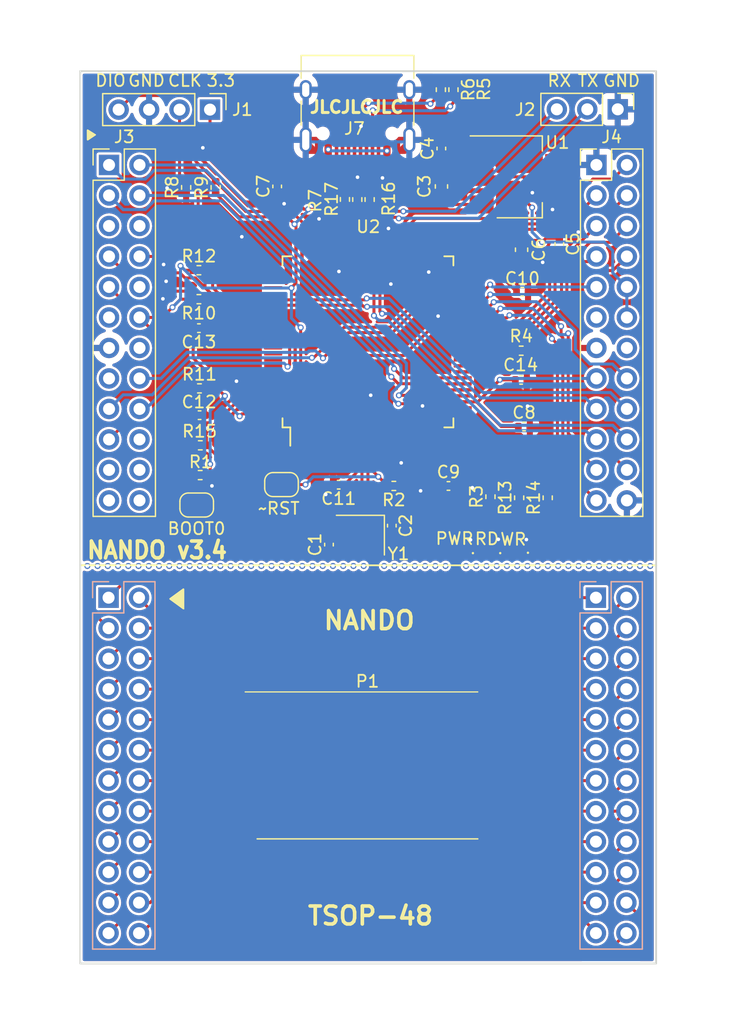
<source format=kicad_pcb>
(kicad_pcb (version 20211014) (generator pcbnew)
  (title_block (title "NANDO") (rev "v3.4"))
  (layers (0 "F.Cu" signal) (31 "B.Cu" signal) (34 "B.Paste" user) (35 "F.Paste" user) (36 "B.SilkS" user "B.Silkscreen") (37 "F.SilkS" user "F.Silkscreen") (38 "B.Mask" user) (39 "F.Mask" user) (44 "Edge.Cuts" user))
  (net 0 "")
  (net 1 "Net-(C1-Pad1)")
  (net 2 "GNDD")
  (net 3 "Net-(C2-Pad1)")
  (net 4 "+5V")
  (net 5 "+3V3")
  (net 6 "Net-(D1-Pad2)")
  (net 52 "Net-(R4-Pad2)")
  (net 56 "Net-(D3-Pad2)")
  (net 57 "Net-(D2-Pad2)")
  (net 58 "/USB_N")
  (net 59 "/USB_P")
  (net 60 "Net-(J3-Pad19)")
  (net 74 "Net-(J5-Pad2)")
  (net 75 "/SWDIO")
  (net 76 "/SWCLK")
  (net 77 "/USART1_TX")
  (net 78 "/USART1_RX")
  (net 79 "/SPI1_NSS")
  (net 80 "/SPI1_SCK")
  (net 81 "/SPI1_MISO")
  (net 82 "/SPI1_MOSI")
  (net 83 "/FSMC_NWAIT")
  (net 84 "/FSMC_NOE")
  (net 85 "/FSMC_NCE2")
  (net 86 "/FSMC_CLE")
  (net 87 "/FSMC_ALE")
  (net 88 "/FSMC_NWE")
  (net 89 "/FSMC_D15")
  (net 90 "/FSMC_D14")
  (net 91 "/FSMC_D13")
  (net 92 "/FSMC_D7")
  (net 93 "/FSMC_D6")
  (net 94 "/FSMC_D5")
  (net 95 "/FSMC_D4")
  (net 96 "/FSMC_D12")
  (net 97 "/FSMC_D11")
  (net 98 "/FSMC_D3")
  (net 99 "/FSMC_D2")
  (net 100 "/FSMC_D1")
  (net 101 "/FSMC_D0")
  (net 102 "/FSMC_D10")
  (net 103 "/FSMC_D9")
  (net 104 "/FSMC_D8")
  (net 105 "/BOOT0")
  (net 106 "/NRST")
  (net 107 "/USB_DP")
  (net 108 "/USB_DN")
  (net 109 "/RED")
  (net 110 "/YELLOW")
  (net 111 "Net-(J7-PadA5)")
  (net 112 "Net-(J7-PadB5)")
  (net 115 "Net-(J8-Pad1)")
  (net 116 "Net-(J8-Pad2)")
  (net 117 "Net-(J8-Pad3)")
  (net 118 "Net-(J8-Pad4)")
  (net 119 "Net-(J8-Pad5)")
  (net 120 "Net-(J8-Pad6)")
  (net 121 "Net-(J8-Pad7)")
  (net 122 "Net-(J8-Pad8)")
  (net 123 "Net-(J8-Pad9)")
  (net 124 "Net-(J8-Pad10)")
  (net 125 "Net-(J8-Pad11)")
  (net 126 "Net-(J8-Pad12)")
  (net 127 "Net-(J8-Pad13)")
  (net 128 "Net-(J8-Pad14)")
  (net 129 "Net-(J8-Pad15)")
  (net 130 "Net-(J8-Pad16)")
  (net 131 "Net-(J8-Pad17)")
  (net 132 "Net-(J8-Pad18)")
  (net 133 "Net-(J8-Pad19)")
  (net 134 "Net-(J8-Pad20)")
  (net 135 "Net-(J8-Pad21)")
  (net 136 "Net-(J8-Pad22)")
  (net 137 "Net-(J8-Pad23)")
  (net 138 "Net-(J8-Pad24)")
  (net 139 "Net-(J9-Pad48)")
  (net 140 "Net-(J9-Pad47)")
  (net 141 "Net-(J9-Pad46)")
  (net 142 "Net-(J9-Pad45)")
  (net 143 "Net-(J9-Pad44)")
  (net 144 "Net-(J9-Pad43)")
  (net 145 "Net-(J9-Pad42)")
  (net 146 "Net-(J9-Pad41)")
  (net 147 "Net-(J9-Pad40)")
  (net 148 "Net-(J9-Pad39)")
  (net 149 "Net-(J9-Pad38)")
  (net 150 "Net-(J9-Pad37)")
  (net 151 "Net-(J9-Pad36)")
  (net 152 "Net-(J9-Pad35)")
  (net 153 "Net-(J9-Pad34)")
  (net 154 "Net-(J9-Pad33)")
  (net 155 "Net-(J9-Pad32)")
  (net 156 "Net-(J9-Pad31)")
  (net 157 "Net-(J9-Pad30)")
  (net 158 "Net-(J9-Pad29)")
  (net 159 "Net-(J9-Pad28)")
  (net 160 "Net-(J9-Pad27)")
  (net 161 "Net-(J9-Pad26)")
  (net 162 "Net-(J9-Pad25)")
  (footprint "lib_fp:LQFP-100_14x14mm_Pitch0.5mm" (layer "F.Cu") (at 191.842 67.1811 90)
    (fp_text reference "U2")
    (fp_text value "STM32F103VCT6")
  )
  (footprint "lib_fp:PinHeader_1x04_P2.54mm_Vertical" (layer "F.Cu") (at 178.672 47.8389 -90)
    (fp_text reference "J1")
    (fp_text value "Conn_01x04")
  )
  (footprint "lib_fp:PinHeader_1x03_P2.54mm_Vertical" (layer "F.Cu") (at 212.672 47.8136 -90)
    (fp_text reference "J2")
    (fp_text value "Conn_01x03")
  )
  (footprint "lib_fp:PinHeader_2x12_P2.54mm_Vertical_2" (layer "F.Cu") (at 210.892 52.4491)
    (fp_text reference "J4")
    (fp_text value "Conn_02x12_Odd_Even_Right")
  )
  (footprint "lib_fp:PinHeader_2x12_P2.54mm_Vertical" (layer "F.Cu") (at 170.252 52.4491)
    (fp_text reference "J3")
    (fp_text value "Conn_02x12_Odd_Even_Left")
  )
  (footprint "lib_fp:SOT-223" (layer "F.Cu") (at 204.472 53.4386)
    (fp_text reference "U1")
    (fp_text value "LM1117-3.3")
  )
  (footprint "Capacitor_SMD:C_0603_1608Metric" (layer "F.Cu") (at 204.652199 59.508637 -90)
    (fp_text reference "C6")
    (fp_text value "10uF")
  )
  (footprint "Capacitor_SMD:C_0603_1608Metric" (layer "F.Cu") (at 197.972 54.2386 90)
    (fp_text reference "C3")
    (fp_text value "10uF")
  )
  (footprint "Capacitor_SMD:C_0402_1005Metric" (layer "F.Cu") (at 207.802199 59.0386 -90)
    (fp_text reference "C5")
    (fp_text value "0.1uF")
  )
  (footprint "Capacitor_SMD:C_0402_1005Metric" (layer "F.Cu") (at 197.962199 51.078637 90)
    (fp_text reference "C4")
    (fp_text value "0.1uF")
  )
  (footprint "Capacitor_SMD:C_0402_1005Metric" (layer "F.Cu") (at 198.556 79.1845)
    (fp_text reference "C9")
    (fp_text value "0.1uF")
  )
  (footprint "Capacitor_SMD:C_0402_1005Metric" (layer "F.Cu") (at 204.86 74.2315)
    (fp_text reference "C8")
    (fp_text value "0.1uF")
  )
  (footprint "Capacitor_SMD:C_0402_1005Metric" (layer "F.Cu") (at 184.272 54.2361 90)
    (fp_text reference "C7")
    (fp_text value "0.1uF")
  )
  (footprint "Capacitor_SMD:C_0402_1005Metric" (layer "F.Cu") (at 189.402199 79.078637 180)
    (fp_text reference "C11")
    (fp_text value "0.1uF")
  )
  (footprint "Capacitor_SMD:C_0402_1005Metric" (layer "F.Cu") (at 204.712199 63.008637)
    (fp_text reference "C10")
    (fp_text value "0.1uF")
  )
  (footprint "Capacitor_SMD:C_0402_1005Metric" (layer "F.Cu") (at 177.802199 73.288637 180)
    (fp_text reference "C12")
    (fp_text value "0.1uF")
  )
  (footprint "Capacitor_SMD:C_0402_1005Metric" (layer "F.Cu") (at 177.746 66.04 180)
    (fp_text reference "C13")
    (fp_text value "0.1uF")
  )
  (footprint "Capacitor_SMD:C_0402_1005Metric" (layer "F.Cu") (at 204.612199 70.348637 180)
    (fp_text reference "C14")
    (fp_text value "0.1uF")
  )
  (footprint "LED_SMD:LED_0402_1005Metric" (layer "F.Cu") (at 199.504699 84.778637 180)
    (fp_text reference "D1" hide)
    (fp_text value "GREEN")
  )
  (footprint "lib_fp:SolderJumper-2_P1.3mm_Open_RoundedPad1.0x1.5mm" (layer "F.Cu") (at 177.561 80.772 180)
    (fp_text reference "J5" hide)
    (fp_text value "BOOT0")
  )
  (footprint "Resistor_SMD:R_0402_1005Metric" (layer "F.Cu") (at 177.791 71.0565)
    (fp_text reference "R11")
    (fp_text value "10k")
  )
  (footprint "Resistor_SMD:R_0402_1005Metric" (layer "F.Cu") (at 176.682199 54.318637 90)
    (fp_text reference "R8")
    (fp_text value "10k")
  )
  (footprint "Resistor_SMD:R_0402_1005Metric" (layer "F.Cu") (at 177.746 61.214)
    (fp_text reference "R12")
    (fp_text value "10k")
  )
  (footprint "Resistor_SMD:R_0402_1005Metric" (layer "F.Cu") (at 177.862199 75.798637)
    (fp_text reference "R15")
    (fp_text value "10k")
  )
  (footprint "Resistor_SMD:R_0402_1005Metric" (layer "F.Cu") (at 177.746 63.627 180)
    (fp_text reference "R10")
    (fp_text value "10k")
  )
  (footprint "Resistor_SMD:R_0402_1005Metric" (layer "F.Cu") (at 179.142199 54.318637 90)
    (fp_text reference "R9")
    (fp_text value "10k")
  )
  (footprint "Resistor_SMD:R_0402_1005Metric" (layer "F.Cu") (at 177.852199 78.278637 180)
    (fp_text reference "R1")
    (fp_text value "510")
  )
  (footprint "Resistor_SMD:R_0402_1005Metric" (layer "F.Cu") (at 194.001 79.1826 180)
    (fp_text reference "R2")
    (fp_text value "10k")
  )
  (footprint "Resistor_SMD:R_0402_1005Metric" (layer "F.Cu") (at 202.057 80.0806 90)
    (fp_text reference "R3")
    (fp_text value "1k")
  )
  (footprint "Resistor_SMD:R_0402_1005Metric" (layer "F.Cu") (at 204.622199 67.918637 180)
    (fp_text reference "R4")
    (fp_text value "10k")
  )
  (footprint "lib_fp:SolderJumper-2_P1.3mm_Open_RoundedPad1.0x1.5mm" (layer "F.Cu") (at 184.632199 79.068637)
    (fp_text reference "J6" hide)
    (fp_text value "~RST")
  )
  (footprint "Resistor_SMD:R_0402_1005Metric" (layer "F.Cu") (at 206.832199 80.168637 90)
    (fp_text reference "R14")
    (fp_text value "1k")
  )
  (footprint "LED_SMD:LED_0402_1005Metric" (layer "F.Cu") (at 204.092199 84.748637 180)
    (fp_text reference "D3" hide)
    (fp_text value "YELLOW")
  )
  (footprint "Resistor_SMD:R_0402_1005Metric" (layer "F.Cu") (at 190.952199 55.328637 90)
    (fp_text reference "R17")
    (fp_text value "22")
  )
  (footprint "Resistor_SMD:R_0402_1005Metric" (layer "F.Cu") (at 198.972199 46.178637 -90)
    (fp_text reference "R5")
    (fp_text value "5.1k")
  )
  (footprint "Resistor_SMD:R_0402_1005Metric" (layer "F.Cu") (at 204.452199 80.168637 90)
    (fp_text reference "R13")
    (fp_text value "1k")
  )
  (footprint "Crystal:Crystal_SMD_3225-4Pin_3.2x2.5mm" (layer "F.Cu") (at 191.212199 83.278637 180)
    (fp_text reference "Y1")
    (fp_text value "Crystal_GND24_Small")
  )
  (footprint "Resistor_SMD:R_0402_1005Metric" (layer "F.Cu") (at 191.982199 55.328637 90)
    (fp_text reference "R16")
    (fp_text value "22")
  )
  (footprint "Connector_USB:USB_C_Receptacle_HRO_TYPE-C-31-M-12" (layer "F.Cu") (at 190.972199 47.228637 180)
    (fp_text reference "J7")
    (fp_text value "USB_C_Receptacle_USB2.0")
  )
  (footprint "lib_fp:TSOP-I-48_18.4x12mm_P0.5mm" (layer "F.Cu") (at 191.802199 102.458637)
    (fp_text reference "P1")
    (fp_text value "TSOP-48")
  )
  (footprint "Capacitor_SMD:C_0402_1005Metric" (layer "F.Cu") (at 193.832199 82.488637 -90)
    (fp_text reference "C2")
    (fp_text value "30pF")
  )
  (footprint "Resistor_SMD:R_0402_1005Metric" (layer "F.Cu") (at 197.922199 46.178637 -90)
    (fp_text reference "R6")
    (fp_text value "5.1k")
  )
  (footprint "Resistor_SMD:R_0402_1005Metric" (layer "F.Cu") (at 189.922199 55.318637 -90)
    (fp_text reference "R7")
    (fp_text value "1.5k")
  )
  (footprint "LED_SMD:LED_0402_1005Metric" (layer "F.Cu") (at 201.782199 84.778637 180)
    (fp_text reference "D2" hide)
    (fp_text value "RED")
  )
  (footprint "Capacitor_SMD:C_0402_1005Metric" (layer "F.Cu") (at 188.592199 84.068637 90)
    (fp_text reference "C1")
    (fp_text value "30pF")
  )
  (footprint "lib_fp:PinSocket_2x12_P2.54mm_Vertical" (layer "B.Cu") (at 170.212199 88.488637 180)
    (fp_text reference "J8" hide)
    (fp_text value "Conn_02x12_Odd_Even_1")
  )
  (footprint "lib_fp:PinSocket_2x12_P2.54mm_Vertical_2" (layer "B.Cu") (at 210.852199 88.488637 180)
    (fp_text reference "J9" hide)
    (fp_text value "Conn_02x12_Odd_Even_2")
  )
  (gr_poly (pts (xy 168.467699 49.560137) (xy 168.472199 50.338637) (xy 169.072199 49.938637)) (layer "F.SilkS") (width 0.15) (fill solid))
  (gr_line (start 167.882199 85.788637) (end 215.882199 85.798637) (layer "F.SilkS") (width 0.15))
  (gr_poly (pts (xy 175.352199 88.588637) (xy 176.452199 87.788637) (xy 176.452199 89.388637)) (layer "F.SilkS") (width 0.15) (fill solid))
  (gr_rect (start 167.852199 44.638637) (end 215.872199 118.958637) (layer "Edge.Cuts") (width 0.15) (fill none))
  (gr_text "DIO" (at 170.378846 45.413552) (layer "F.SilkS") (effects (font (size 1 1))))
  (gr_text "BOOT0" (at 177.546 82.738637) (layer "F.SilkS") (effects (font (size 1 1))))
  (gr_text "GND" (at 212.999865 45.426341) (layer "F.SilkS") (effects (font (size 1 1))))
  (gr_text "PWR" (at 199.062199 83.568637) (layer "F.SilkS") (effects (font (size 1 1))))
  (gr_text "WR" (at 203.962199 83.628637) (layer "F.SilkS") (effects (font (size 1 1))))
  (gr_text "RD" (at 201.762199 83.588637) (layer "F.SilkS") (effects (font (size 1 1))))
  (gr_text "3.3" (at 179.578846 45.413552) (layer "F.SilkS") (effects (font (size 1 1))))
  (gr_text "NANDO" (at 191.952199 90.388637) (layer "F.SilkS") (effects (font (size 1.5 1.5) (thickness 0.3))))
  (gr_text "TSOP-48" (at 192.052199 114.988637) (layer "F.SilkS") (effects (font (size 1.5 1.5) (thickness 0.3))))
  (gr_text "RX" (at 207.799865 45.426341) (layer "F.SilkS") (effects (font (size 1 1))))
  (gr_text "CLK" (at 176.578846 45.413552) (layer "F.SilkS") (effects (font (size 1 1))))
  (gr_text "NANDO v3.4" (at 168.272199 84.538637) (layer "F.SilkS") (effects (font (size 1.4 1.3) (thickness 0.3)) (justify left)))
  (gr_text "GND" (at 173.378846 45.413552) (layer "F.SilkS") (effects (font (size 1 1))))
  (gr_text "JLCJLCJLC" (at 190.902199 47.628637) (layer "F.SilkS") (effects (font (size 1 1) (thickness 0.25))))
  (gr_text "TX" (at 210.199865 45.426341) (layer "F.SilkS") (effects (font (size 1 1))))
  (via (at 182.950917 85.848637) (size 0.5) (drill 0.3) (layers "F.Cu" "B.Cu") (net 0))
  (via (at 186.364733 85.848637) (size 0.5) (drill 0.3) (layers "F.Cu" "B.Cu") (net 0))
  (via (at 170.149107 85.848637) (size 0.5) (drill 0.3) (layers "F.Cu" "B.Cu") (net 0))
  (via (at 214.528715 85.848637) (size 0.5) (drill 0.3) (layers "F.Cu" "B.Cu") (net 0))
  (via (at 215.382199 85.848637) (size 0.5) (drill 0.3) (layers "F.Cu" "B.Cu") (net 0))
  (via (at 201.726905 85.848637) (size 0.5) (drill 0.3) (layers "F.Cu" "B.Cu") (net 0))
  (via (at 194.899273 85.848637) (size 0.5) (drill 0.3) (layers "F.Cu" "B.Cu") (net 0))
  (via (at 197.459635 85.848637) (size 0.5) (drill 0.3) (layers "F.Cu" "B.Cu") (net 0))
  (via (at 176.123285 85.848637) (size 0.5) (drill 0.3) (layers "F.Cu" "B.Cu") (net 0))
  (via (at 203.433813 85.848637) (size 0.5) (drill 0.3) (layers "F.Cu" "B.Cu") (net 0))
  (via (at 200.019997 85.848637) (size 0.5) (drill 0.3) (layers "F.Cu" "B.Cu") (net 0))
  (via (at 187.218187 85.848637) (size 0.5) (drill 0.3) (layers "F.Cu" "B.Cu") (net 0))
  (via (at 193.192365 85.848637) (size 0.5) (drill 0.3) (layers "F.Cu" "B.Cu") (net 0))
  (via (at 188.071641 85.848637) (size 0.5) (drill 0.3) (layers "F.Cu" "B.Cu") (net 0))
  (via (at 209.407991 85.848637) (size 0.5) (drill 0.3) (layers "F.Cu" "B.Cu") (net 0))
  (via (at 194.045819 85.848637) (size 0.5) (drill 0.3) (layers "F.Cu" "B.Cu") (net 0))
  (via (at 168.442199 85.848637) (size 0.5) (drill 0.3) (layers "F.Cu" "B.Cu") (net 0))
  (via (at 183.804371 85.848637) (size 0.5) (drill 0.3) (layers "F.Cu" "B.Cu") (net 0))
  (via (at 176.976739 85.848637) (size 0.5) (drill 0.3) (layers "F.Cu" "B.Cu") (net 0))
  (via (at 204.287267 85.848637) (size 0.5) (drill 0.3) (layers "F.Cu" "B.Cu") (net 0))
  (via (at 172.709469 85.848637) (size 0.5) (drill 0.3) (layers "F.Cu" "B.Cu") (net 0))
  (via (at 173.562923 85.848637) (size 0.5) (drill 0.3) (layers "F.Cu" "B.Cu") (net 0))
  (via (at 202.580359 85.848637) (size 0.5) (drill 0.3) (layers "F.Cu" "B.Cu") (net 0))
  (via (at 206.847629 85.848637) (size 0.5) (drill 0.3) (layers "F.Cu" "B.Cu") (net 0))
  (via (at 178.683647 85.848637) (size 0.5) (drill 0.3) (layers "F.Cu" "B.Cu") (net 0))
  (via (at 191.485457 85.848637) (size 0.5) (drill 0.3) (layers "F.Cu" "B.Cu") (net 0))
  (via (at 211.114899 85.848637) (size 0.5) (drill 0.3) (layers "F.Cu" "B.Cu") (net 0))
  (via (at 207.701083 85.848637) (size 0.5) (drill 0.3) (layers "F.Cu" "B.Cu") (net 0))
  (via (at 188.925095 85.848637) (size 0.5) (drill 0.3) (layers "F.Cu" "B.Cu") (net 0))
  (via (at 195.752727 85.848637) (size 0.5) (drill 0.3) (layers "F.Cu" "B.Cu") (net 0))
  (via (at 205.140721 85.848637) (size 0.5) (drill 0.3) (layers "F.Cu" "B.Cu") (net 0))
  (via (at 196.606181 85.848637) (size 0.5) (drill 0.3) (layers "F.Cu" "B.Cu") (net 0))
  (via (at 200.873451 85.848637) (size 0.5) (drill 0.3) (layers "F.Cu" "B.Cu") (net 0))
  (via (at 210.261445 85.848637) (size 0.5) (drill 0.3) (layers "F.Cu" "B.Cu") (net 0))
  (via (at 171.856015 85.848637) (size 0.5) (drill 0.3) (layers "F.Cu" "B.Cu") (net 0))
  (via (at 180.390555 85.848637) (size 0.5) (drill 0.3) (layers "F.Cu" "B.Cu") (net 0))
  (via (at 182.097463 85.848637) (size 0.5) (drill 0.3) (layers "F.Cu" "B.Cu") (net 0))
  (via (at 175.269831 85.848637) (size 0.5) (drill 0.3) (layers "F.Cu" "B.Cu") (net 0))
  (via (at 185.511279 85.848637) (size 0.5) (drill 0.3) (layers "F.Cu" "B.Cu") (net 0))
  (via (at 208.554537 85.848637) (size 0.5) (drill 0.3) (layers "F.Cu" "B.Cu") (net 0))
  (via (at 179.537101 85.848637) (size 0.5) (drill 0.3) (layers "F.Cu" "B.Cu") (net 0))
  (via (at 213.675261 85.848637) (size 0.5) (drill 0.3) (layers "F.Cu" "B.Cu") (net 0))
  (via (at 189.778549 85.848637) (size 0.5) (drill 0.3) (layers "F.Cu" "B.Cu") (net 0))
  (via (at 177.830193 85.848637) (size 0.5) (drill 0.3) (layers "F.Cu" "B.Cu") (net 0))
  (via (at 169.295653 85.848637) (size 0.5) (drill 0.3) (layers "F.Cu" "B.Cu") (net 0))
  (via (at 211.968353 85.848637) (size 0.5) (drill 0.3) (layers "F.Cu" "B.Cu") (net 0))
  (via (at 181.244009 85.848637) (size 0.5) (drill 0.3) (layers "F.Cu" "B.Cu") (net 0))
  (via (at 174.416377 85.848637) (size 0.5) (drill 0.3) (layers "F.Cu" "B.Cu") (net 0))
  (via (at 205.994175 85.848637) (size 0.5) (drill 0.3) (layers "F.Cu" "B.Cu") (net 0))
  (via (at 190.632003 85.848637) (size 0.5) (drill 0.3) (layers "F.Cu" "B.Cu") (net 0))
  (via (at 212.821807 85.848637) (size 0.5) (drill 0.3) (layers "F.Cu" "B.Cu") (net 0))
  (via (at 184.657825 85.848637) (size 0.5) (drill 0.3) (layers "F.Cu" "B.Cu") (net 0))
  (via (at 198.313089 85.848637) (size 0.5) (drill 0.3) (layers "F.Cu" "B.Cu") (net 0))
  (via (at 171.002561 85.848637) (size 0.5) (drill 0.3) (layers "F.Cu" "B.Cu") (net 0))
  (segment (start 188.592199 84.548637) (end 189.692199 84.548637) (width 0.25) (layer "F.Cu") (net 1))
  (segment (start 191.342 80.278438) (end 191.342 75.0811) (width 0.25) (layer "F.Cu") (net 1))
  (segment (start 191.287199 80.333239) (end 191.342 80.278438) (width 0.25) (layer "F.Cu") (net 1))
  (segment (start 190.457199 84.128637) (end 191.287199 83.298637) (width 0.25) (layer "F.Cu") (net 1))
  (segment (start 191.287199 83.298637) (end 191.287199 80.333239) (width 0.25) (layer "F.Cu") (net 1))
  (segment (start 190.342 77.568836) (end 188.922199 78.988637) (width 0.25) (layer "F.Cu") (net 2))
  (segment (start 188.922199 79.078637) (end 188.322199 79.678637) (width 0.25) (layer "F.Cu") (net 2))
  (segment (start 187.567199 51.273637) (end 186.652199 50.358637) (width 0.25) (layer "F.Cu") (net 2))
  (segment (start 202.309699 84.031137) (end 202.712199 83.628637) (width 0.25) (layer "F.Cu") (net 2))
  (segment (start 192.312199 84.128637) (end 192.312199 87.998637) (width 0.25) (layer "F.Cu") (net 2))
  (segment (start 199.989699 84.778637) (end 199.989699 84.071137) (width 0.25) (layer "F.Cu") (net 2))
  (segment (start 186.652199 46.178637) (end 186.652199 50.358637) (width 0.25) (layer "F.Cu") (net 2))
  (segment (start 204.649699 84.758637) (end 204.649699 84.051137) (width 0.25) (layer "F.Cu") (net 2))
  (segment (start 199.989699 84.071137) (end 200.392199 83.668637) (width 0.25) (layer "F.Cu") (net 2))
  (segment (start 194.377199 51.273637) (end 195.292199 50.358637) (width 0.25) (layer "F.Cu") (net 2))
  (segment (start 188.322199 79.678637) (end 188.322199 79.888637) (width 0.25) (layer "F.Cu") (net 2))
  (segment (start 190.342 75.0811) (end 190.342 77.568836) (width 0.25) (layer "F.Cu") (net 2))
  (segment (start 192.312199 87.998637) (end 191.912199 88.398637) (width 0.25) (layer "F.Cu") (net 2))
  (segment (start 204.649699 84.051137) (end 205.052199 83.648637) (width 0.25) (layer "F.Cu") (net 2))
  (segment (start 202.309699 84.738637) (end 202.309699 84.031137) (width 0.25) (layer "F.Cu") (net 2))
  (segment (start 195.292199 46.178637) (end 195.292199 50.358637) (width 0.25) (layer "F.Cu") (net 2))
  (via (at 193.052199 53.528637) (size 0.5) (drill 0.3) (layers "F.Cu" "B.Cu") (net 2))
  (via (at 196.232199 79.588637) (size 0.5) (drill 0.3) (layers "F.Cu" "B.Cu") (net 2))
  (via (at 194.614544 77.261151) (size 0.5) (drill 0.3) (layers "F.Cu" "B.Cu") (net 2))
  (via (at 205.052199 83.648637) (size 0.5) (drill 0.3) (layers "F.Cu" "B.Cu") (net 2))
  (via (at 174.742199 63.598637) (size 0.5) (drill 0.3) (layers "F.Cu" "B.Cu") (net 2))
  (via (at 200.392199 83.668637) (size 0.5) (drill 0.3) (layers "F.Cu" "B.Cu") (net 2))
  (via (at 202.712199 83.628637) (size 0.5) (drill 0.3) (layers "F.Cu" "B.Cu") (net 2))
  (via (at 197.692199 65.038637) (size 0.5) (drill 0.3) (layers "F.Cu" "B.Cu") (net 2))
  (via (at 196.392199 72.518637) (size 0.5) (drill 0.3) (layers "F.Cu" "B.Cu") (net 2))
  (via (at 193.552199 57.738637) (size 0.5) (drill 0.3) (layers "F.Cu" "B.Cu") (net 2))
  (via (at 205.152199 72.538637) (size 0.5) (drill 0.3) (layers "F.Cu" "B.Cu") (net 2))
  (via (at 205.552199 54.758637) (size 0.5) (drill 0.3) (layers "F.Cu" "B.Cu") (net 2))
  (via (at 175.012199 62.138637) (size 0.5) (drill 0.3) (layers "F.Cu" "B.Cu") (net 2))
  (via (at 209.382199 58.038637) (size 0.5) (drill 0.3) (layers "F.Cu" "B.Cu") (net 2))
  (via (at 189.422199 61.318637) (size 0.5) (drill 0.3) (layers "F.Cu" "B.Cu") (net 2))
  (via (at 190.972199 53.468637) (size 0.5) (drill 0.3) (layers "F.Cu" "B.Cu") (net 2))
  (via (at 184.852199 55.678637) (size 0.5) (drill 0.3) (layers "F.Cu" "B.Cu") (net 2))
  (via (at 178.832199 79.178637) (size 0.5) (drill 0.3) (layers "F.Cu" "B.Cu") (net 2))
  (via (at 187.762199 56.938637) (size 0.5) (drill 0.3) (layers "F.Cu" "B.Cu") (net 2))
  (via (at 207.232199 56.158637) (size 0.5) (drill 0.3) (layers "F.Cu" "B.Cu") (net 2))
  (via (at 174.802199 60.738637) (size 0.5) (drill 0.3) (layers "F.Cu" "B.Cu") (net 2))
  (via (at 180.876955 70.459796) (size 0.5) (drill 0.3) (layers "F.Cu" "B.Cu") (net 2))
  (via (at 196.912199 61.368637) (size 0.5) (drill 0.3) (layers "F.Cu" "B.Cu") (net 2))
  (via (at 178.072199 51.018637) (size 0.5) (drill 0.3) (layers "F.Cu" "B.Cu") (net 2))
  (via (at 191.262199 49.218637) (size 0.5) (drill 0.3) (layers "F.Cu" "B.Cu") (net 2))
  (via (at 175.092199 54.368637) (size 0.5) (drill 0.3) (layers "F.Cu" "B.Cu") (net 2))
  (via (at 206.412199 60.558637) (size 0.5) (drill 0.3) (layers "F.Cu" "B.Cu") (net 2))
  (via (at 192.072199 71.628637) (size 0.5) (drill 0.3) (layers "F.Cu" "B.Cu") (net 2))
  (via (at 188.322199 79.888637) (size 0.5) (drill 0.3) (layers "F.Cu" "B.Cu") (net 2))
  (via (at 193.752199 62.368637) (size 0.5) (drill 0.3) (layers "F.Cu" "B.Cu") (net 2))
  (via (at 200.547431 79.329065) (size 0.5) (drill 0.3) (layers "F.Cu" "B.Cu") (net 2))
  (via (at 181.322199 58.428637) (size 0.5) (drill 0.3) (layers "F.Cu" "B.Cu") (net 2))
  (segment (start 200.392199 83.668637) (end 205.292199 83.668637) (width 0.25) (layer "B.Cu") (net 2))
  (segment (start 195.122198 50.528638) (end 186.8222 50.528638) (width 0.25) (layer "B.Cu") (net 2))
  (segment (start 193.412199 82.428637) (end 193.832199 82.008637) (width 0.25) (layer "F.Cu") (net 3))
  (segment (start 191.842 75.0811) (end 191.842 81.958438) (width 0.25) (layer "F.Cu") (net 3))
  (segment (start 192.312199 82.428637) (end 193.412199 82.428637) (width 0.25) (layer "F.Cu") (net 3))
  (segment (start 198.697 55.7386) (end 197.972 55.0136) (width 0.25) (layer "F.Cu") (net 4))
  (segment (start 193.677199 52.323637) (end 196.367162 55.0136) (width 0.25) (layer "F.Cu") (net 4))
  (segment (start 197.962199 51.558637) (end 197.197199 52.323637) (width 0.25) (layer "F.Cu") (net 4))
  (segment (start 196.367162 55.0136) (end 197.972 55.0136) (width 0.25) (layer "F.Cu") (net 4))
  (segment (start 201.322 55.7386) (end 198.697 55.7386) (width 0.25) (layer "F.Cu") (net 4))
  (segment (start 193.422199 52.068637) (end 193.422199 51.273637) (width 0.25) (layer "F.Cu") (net 4))
  (segment (start 193.677199 52.323637) (end 193.422199 52.068637) (width 0.25) (layer "F.Cu") (net 4))
  (segment (start 197.197199 52.323637) (end 193.677199 52.323637) (width 0.25) (layer "F.Cu") (net 4))
  (via (at 193.422199 51.273637) (size 0.5) (drill 0.3) (layers "F.Cu" "B.Cu") (net 4))
  (via (at 188.532199 51.158637) (size 0.5) (drill 0.3) (layers "F.Cu" "B.Cu") (net 4))
  (segment (start 188.647199 51.273637) (end 193.422199 51.273637) (width 0.25) (layer "B.Cu") (net 4))
  (segment (start 188.532199 51.158637) (end 188.647199 51.273637) (width 0.25) (layer "B.Cu") (net 4))
  (segment (start 200.999736 72.1811) (end 200.894662 72.1811) (width 0.25) (layer "F.Cu") (net 5))
  (segment (start 178.672 51.998438) (end 181.752199 55.078637) (width 0.25) (layer "F.Cu") (net 5))
  (segment (start 190.842 73.338836) (end 190.999736 73.1811) (width 0.25) (layer "F.Cu") (net 5))
  (segment (start 191.342199 68.318637) (end 189.762199 69.898637) (width 0.25) (layer "F.Cu") (net 5))
  (segment (start 204.882162 53.4386) (end 204.882162 55.3486) (width 0.25) (layer "F.Cu") (net 5))
  (segment (start 185.720966 57.37987) (end 185.842 57.500904) (width 0.25) (layer "F.Cu") (net 5))
  (segment (start 185.720966 57.37987) (end 185.109733 56.768637) (width 0.25) (layer "F.Cu") (net 5))
  (segment (start 200.894662 72.1811) (end 199.742 72.1811) (width 0.25) (layer "F.Cu") (net 5))
  (segment (start 186.852199 56.138637) (end 186.522199 56.138637) (width 0.25) (layer "F.Cu") (net 5))
  (segment (start 178.672 47.8389) (end 178.672 51.998438) (width 0.25) (layer "F.Cu") (net 5))
  (segment (start 194.511 79.1826) (end 194.6099 79.1826) (width 0.25) (layer "F.Cu") (net 5))
  (segment (start 204.232199 63.008637) (end 202.404662 61.1811) (width 0.25) (layer "F.Cu") (net 5))
  (segment (start 178.301 69.567438) (end 178.301 71.0565) (width 0.25) (layer "F.Cu") (net 5))
  (segment (start 206.227199 58.733637) (end 206.362199 58.868637) (width 0.25) (layer "F.Cu") (net 5))
  (segment (start 204.882162 53.4386) (end 207.622 53.4386) (width 0.25) (layer "F.Cu") (net 5))
  (segment (start 198.076 79.1845) (end 196.342 77.4505) (width 0.25) (layer "F.Cu") (net 5))
  (segment (start 185.842 57.500904) (end 185.842 59.2811) (width 0.25) (layer "F.Cu") (net 5))
  (segment (start 178.682199 77.958637) (end 178.682199 77.368637) (width 0.25) (layer "F.Cu") (net 5))
  (segment (start 196.289736 73.1811) (end 196.999736 73.1811) (width 0.25) (layer "F.Cu") (net 5))
  (segment (start 176.213836 63.627) (end 174.691736 65.1491) (width 0.25) (layer "F.Cu") (net 5))
  (segment (start 204.38 74.2315) (end 202.945062 74.2315) (width 0.25) (layer "F.Cu") (net 5))
  (segment (start 189.922199 55.828637) (end 189.612199 56.138637) (width 0.25) (layer "F.Cu") (net 5))
  (segment (start 190.999736 73.1811) (end 196.289736 73.1811) (width 0.25) (layer "F.Cu") (net 5))
  (segment (start 186.924662 73.1811) (end 188.519736 73.1811) (width 0.25) (layer "F.Cu") (net 5))
  (segment (start 204.652199 58.733637) (end 206.227199 58.733637) (width 0.25) (layer "F.Cu") (net 5))
  (segment (start 196.999736 73.1811) (end 197.999736 72.1811) (width 0.25) (layer "F.Cu") (net 5))
  (segment (start 189.789736 73.1811) (end 190.999736 73.1811) (width 0.25) (layer "F.Cu") (net 5))
  (segment (start 176.577562 61.214) (end 176.212199 60.848637) (width 0.25) (layer "F.Cu") (net 5))
  (segment (start 194.6099 79.1826) (end 196.342 77.4505) (width 0.25) (layer "F.Cu") (net 5))
  (segment (start 186.522199 56.138637) (end 185.082199 54.698637) (width 0.25) (layer "F.Cu") (net 5))
  (segment (start 185.842 62.248836) (end 185.462199 62.698637) (width 0.25) (layer "F.Cu") (net 5))
  (segment (start 196.342 75.0811) (end 196.342 73.233364) (width 0.25) (layer "F.Cu") (net 5))
  (segment (start 183.942 73.1811) (end 181.339736 73.1811) (width 0.25) (layer "F.Cu") (net 5))
  (segment (start 199.742 61.1811) (end 202.184662 61.1811) (width 0.25) (layer "F.Cu") (net 5))
  (segment (start 196.342 73.233364) (end 196.289736 73.1811) (width 0.25) (layer "F.Cu") (net 5))
  (segment (start 181.082199 56.768637) (end 179.142199 54.828637) (width 0.25) (layer "F.Cu") (net 5))
  (segment (start 196.932199 66.218637) (end 194.832199 68.318637) (width 0.25) (layer "F.Cu") (net 5))
  (segment (start 183.942 73.1811) (end 186.924662 73.1811) (width 0.25) (layer "F.Cu") (net 5))
  (segment (start 189.762199 73.153563) (end 189.789736 73.1811) (width 0.25) (layer "F.Cu") (net 5))
  (segment (start 174.691736 65.1491) (end 172.792 65.1491) (width 0.25) (layer "F.Cu") (net 5))
  (segment (start 204.882162 55.3486) (end 205.532199 55.998637) (width 0.25) (layer "F.Cu") (net 5))
  (segment (start 173.6829 66.04) (end 172.792 65.1491) (width 0.25) (layer "F.Cu") (net 5))
  (segment (start 188.519736 73.1811) (end 189.789736 73.1811) (width 0.25) (layer "F.Cu") (net 5))
  (segment (start 202.852199 70.348637) (end 202.842199 70.338637) (width 0.25) (layer "F.Cu") (net 5))
  (segment (start 178.362199 78.278637) (end 178.682199 77.958637) (width 0.25) (layer "F.Cu") (net 5))
  (segment (start 194.832199 68.318637) (end 191.342199 68.318637) (width 0.25) (layer "F.Cu") (net 5))
  (segment (start 196.342 77.4505) (end 196.342 75.0811) (width 0.25) (layer "F.Cu") (net 5))
  (segment (start 207.802199 58.5586) (end 206.672236 58.5586) (width 0.25) (layer "F.Cu") (net 5))
  (segment (start 181.752199 55.078637) (end 183.909463 55.078637) (width 0.25) (layer "F.Cu") (net 5))
  (segment (start 177.266 66.04) (end 173.6829 66.04) (width 0.25) (layer "F.Cu") (net 5))
  (segment (start 190.842 78.118836) (end 189.882199 79.078637) (width 0.25) (layer "F.Cu") (net 5))
  (segment (start 190.842 75.0811) (end 190.842 78.118836) (width 0.25) (layer "F.Cu") (net 5))
  (segment (start 204.632125 58.733637) (end 202.184662 61.1811) (width 0.25) (layer "F.Cu") (net 5))
  (segment (start 183.909463 55.078637) (end 184.272 54.7161) (width 0.25) (layer "F.Cu") (net 5))
  (segment (start 189.612199 56.138637) (end 186.852199 56.138637) (width 0.25) (layer "F.Cu") (net 5))
  (segment (start 178.301 71.0565) (end 179.280062 71.0565) (width 0.25) (layer "F.Cu") (net 5))
  (segment (start 189.762199 69.898637) (end 189.762199 73.153563) (width 0.25) (layer "F.Cu") (net 5))
  (segment (start 204.132199 70.348637) (end 202.852199 70.348637) (width 0.25) (layer "F.Cu") (net 5))
  (segment (start 202.057 79.5706) (end 201.430236 79.5706) (width 0.25) (layer "F.Cu") (net 5))
  (segment (start 206.672236 58.5586) (end 206.362199 58.868637) (width 0.25) (layer "F.Cu") (net 5))
  (segment (start 185.109733 56.768637) (end 181.082199 56.768637) (width 0.25) (layer "F.Cu") (net 5))
  (segment (start 198.076 79.762438) (end 198.076 79.1845) (width 0.25) (layer "F.Cu") (net 5))
  (segment (start 178.282199 73.288637) (end 178.282199 71.075301) (width 0.25) (layer "F.Cu") (net 5))
  (segment (start 185.842 59.2811) (end 185.842 62.248836) (width 0.25) (layer "F.Cu") (net 5))
  (segment (start 201.322 53.4386) (end 204.882162 53.4386) (width 0.25) (layer "F.Cu") (net 5))
  (segment (start 186.924662 73.1811) (end 186.232199 72.488637) (width 0.25) (layer "F.Cu") (net 5))
  (segment (start 177.236 63.627) (end 176.213836 63.627) (width 0.25) (layer "F.Cu") (net 5))
  (segment (start 202.184662 61.1811) (end 202.404662 61.1811) (width 0.25) (layer "F.Cu") (net 5))
  (segment (start 188.342 73.358836) (end 188.519736 73.1811) (width 0.25) (layer "F.Cu") (net 5))
  (segment (start 177.266 68.532438) (end 178.301 69.567438) (width 0.25) (layer "F.Cu") (net 5))
  (segment (start 190.842 75.0811) (end 190.842 73.338836) (width 0.25) (layer "F.Cu") (net 5))
  (segment (start 185.082199 54.698637) (end 184.289463 54.698637) (width 0.25) (layer "F.Cu") (net 5))
  (segment (start 200.622199 80.378637) (end 198.692199 80.378637) (width 0.25) (layer "F.Cu") (net 5))
  (segment (start 177.236 61.214) (end 176.577562 61.214) (width 0.25) (layer "F.Cu") (net 5))
  (segment (start 186.232199 72.488637) (end 186.232199 65.988637) (width 0.25) (layer "F.Cu") (net 5))
  (segment (start 198.659736 61.1811) (end 196.932199 62.908637) (width 0.25) (layer "F.Cu") (net 5))
  (segment (start 197.999736 72.1811) (end 199.742 72.1811) (width 0.25) (layer "F.Cu") (net 5))
  (segment (start 202.945062 74.2315) (end 200.894662 72.1811) (width 0.25) (layer "F.Cu") (net 5))
  (segment (start 201.430236 79.5706) (end 200.622199 80.378637) (width 0.25) (layer "F.Cu") (net 5))
  (segment (start 202.842199 70.338637) (end 200.999736 72.1811) (width 0.25) (layer "F.Cu") (net 5))
  (segment (start 188.342 75.0811) (end 188.342 73.358836) (width 0.25) (layer "F.Cu") (net 5))
  (segment (start 196.932199 62.908637) (end 196.932199 66.218637) (width 0.25) (layer "F.Cu") (net 5))
  (segment (start 181.339736 73.1811) (end 181.142199 73.378637) (width 0.25) (layer "F.Cu") (net 5))
  (segment (start 177.266 66.04) (end 177.266 68.532438) (width 0.25) (layer "F.Cu") (net 5))
  (segment (start 198.692199 80.378637) (end 198.076 79.762438) (width 0.25) (layer "F.Cu") (net 5))
  (segment (start 199.742 61.1811) (end 198.659736 61.1811) (width 0.25) (layer "F.Cu") (net 5))
  (segment (start 179.280062 71.0565) (end 179.912199 71.688637) (width 0.25) (layer "F.Cu") (net 5))
  (via (at 185.462199 62.698637) (size 0.5) (drill 0.3) (layers "F.Cu" "B.Cu") (net 5))
  (via (at 186.852199 56.138637) (size 0.5) (drill 0.3) (layers "F.Cu" "B.Cu") (net 5))
  (via (at 186.232199 65.988637) (size 0.5) (drill 0.3) (layers "F.Cu" "B.Cu") (net 5))
  (via (at 202.842199 70.338637) (size 0.5) (drill 0.3) (layers "F.Cu" "B.Cu") (net 5))
  (via (at 185.720966 57.37987) (size 0.5) (drill 0.3) (layers "F.Cu" "B.Cu") (net 5))
  (via (at 175.542199 64.308637) (size 0.5) (drill 0.3) (layers "F.Cu" "B.Cu") (net 5))
  (via (at 206.362199 58.868637) (size 0.5) (drill 0.3) (layers "F.Cu" "B.Cu") (net 5))
  (via (at 205.532199 55.998637) (size 0.5) (drill 0.3) (layers "F.Cu" "B.Cu") (net 5))
  (via (at 178.682199 77.368637) (size 0.5) (drill 0.3) (layers "F.Cu" "B.Cu") (net 5))
  (via (at 181.142199 73.378637) (size 0.5) (drill 0.3) (layers "F.Cu" "B.Cu") (net 5))
  (via (at 176.212199 60.848637) (size 0.5) (drill 0.3) (layers "F.Cu" "B.Cu") (net 5))
  (via (at 179.912199 71.688637) (size 0.5) (drill 0.3) (layers "F.Cu" "B.Cu") (net 5))
  (segment (start 210.892 70.2291) (end 202.951736 70.2291) (width 0.25) (layer "B.Cu") (net 5))
  (segment (start 186.232199 65.988637) (end 185.462199 65.218637) (width 0.25) (layer "B.Cu") (net 5))
  (segment (start 178.682199 77.368637) (end 178.682199 72.918637) (width 0.25) (layer "B.Cu") (net 5))
  (segment (start 206.362199 58.868637) (end 211.543238 58.868637) (width 0.25) (layer "B.Cu") (net 5))
  (segment (start 205.532199 58.038637) (end 206.362199 58.868637) (width 0.25) (layer "B.Cu") (net 5))
  (segment (start 185.720966 57.37987) (end 186.922199 56.178637) (width 0.25) (layer "B.Cu") (net 5))
  (segment (start 185.462199 62.698637) (end 178.062199 62.698637) (width 0.25) (layer "B.Cu") (net 5))
  (segment (start 202.951736 70.2291) (end 202.842199 70.338637) (width 0.25) (layer "B.Cu") (net 5))
  (segment (start 212.257 59.582399) (end 212.257 61.4341) (width 0.25) (layer "B.Cu") (net 5))
  (segment (start 185.462199 65.218637) (end 185.462199 62.698637) (width 0.25) (layer "B.Cu") (net 5))
  (segment (start 205.532199 55.998637) (end 205.532199 58.038637) (width 0.25) (layer "B.Cu") (net 5))
  (segment (start 211.543238 58.868637) (end 212.257 59.582399) (width 0.25) (layer "B.Cu") (net 5))
  (segment (start 178.062199 62.698637) (end 176.212199 60.848637) (width 0.25) (layer "B.Cu") (net 5))
  (segment (start 213.432 62.6091) (end 213.432 65.1491) (width 0.25) (layer "B.Cu") (net 5))
  (segment (start 178.682199 72.918637) (end 179.912199 71.688637) (width 0.25) (layer "B.Cu") (net 5))
  (segment (start 179.912199 71.688637) (end 179.912199 72.148637) (width 0.25) (layer "B.Cu") (net 5))
  (segment (start 176.212199 60.848637) (end 176.212199 63.638637) (width 0.25) (layer "B.Cu") (net 5))
  (segment (start 212.257 61.4341) (end 213.432 62.6091) (width 0.25) (layer "B.Cu") (net 5))
  (segment (start 179.912199 72.148637) (end 181.142199 73.378637) (width 0.25) (layer "B.Cu") (net 5))
  (segment (start 176.212199 63.638637) (end 175.542199 64.308637) (width 0.25) (layer "B.Cu") (net 5))
  (segment (start 199.019699 83.627901) (end 199.019699 84.778637) (width 0.25) (layer "F.Cu") (net 6))
  (segment (start 202.057 80.5906) (end 199.019699 83.627901) (width 0.25) (layer "F.Cu") (net 6))
  (segment (start 199.019699 86.971137) (end 198.942199 87.048637) (width 0.25) (layer "F.Cu") (net 6))
  (segment (start 199.019699 84.778637) (end 199.019699 86.971137) (width 0.25) (layer "F.Cu") (net 6))
  (segment (start 199.742 67.6811) (end 203.874662 67.6811) (width 0.25) (layer "F.Cu") (net 52))
  (segment (start 203.874662 67.6811) (end 204.112199 67.918637) (width 0.25) (layer "F.Cu") (net 52))
  (segment (start 203.499699 83.951137) (end 203.499699 84.778637) (width 0.25) (layer "F.Cu") (net 56))
  (segment (start 206.862199 80.588637) (end 203.499699 83.951137) (width 0.25) (layer "F.Cu") (net 56))
  (segment (start 201.279699 83.771137) (end 201.279699 84.778637) (width 0.25) (layer "F.Cu") (net 57))
  (segment (start 204.492199 80.558637) (end 201.279699 83.771137) (width 0.25) (layer "F.Cu") (net 57))
  (segment (start 190.722199 51.273637) (end 190.722199 52.248637) (width 0.2) (layer "F.Cu") (net 58))
  (segment (start 190.772199 52.298637) (end 191.672199 52.298637) (width 0.2) (layer "F.Cu") (net 58))
  (segment (start 191.982199 54.818637) (end 191.722199 54.558637) (width 0.2) (layer "F.Cu") (net 58))
  (segment (start 191.722199 54.558637) (end 191.722199 52.108637) (width 0.2) (layer "F.Cu") (net 58))
  (segment (start 190.722199 52.248637) (end 190.772199 52.298637) (width 0.2) (layer "F.Cu") (net 58))
  (segment (start 191.722199 52.108637) (end 191.722199 51.273637) (width 0.2) (layer "F.Cu") (net 58))
  (segment (start 191.672199 52.298637) (end 191.722199 52.248637) (width 0.2) (layer "F.Cu") (net 58))
  (segment (start 191.722199 52.248637) (end 191.722199 52.108637) (width 0.2) (layer "F.Cu") (net 58))
  (segment (start 190.272199 50.248637) (end 191.002199 50.248637) (width 0.2) (layer "F.Cu") (net 59))
  (segment (start 190.222199 53.208637) (end 190.222199 54.508637) (width 0.2) (layer "F.Cu") (net 59))
  (segment (start 190.222199 50.298637) (end 190.272199 50.248637) (width 0.2) (layer "F.Cu") (net 59))
  (segment (start 189.922199 54.808637) (end 190.222199 54.508637) (width 0.2) (layer "F.Cu") (net 59))
  (segment (start 191.002199 50.248637) (end 191.222199 50.468637) (width 0.2) (layer "F.Cu") (net 59))
  (segment (start 190.222199 54.088637) (end 190.952199 54.818637) (width 0.2) (layer "F.Cu") (net 59))
  (segment (start 191.222199 50.468637) (end 191.222199 51.273637) (width 0.2) (layer "F.Cu") (net 59))
  (segment (start 190.222199 51.273637) (end 190.222199 50.298637) (width 0.2) (layer "F.Cu") (net 59))
  (segment (start 190.222199 53.568637) (end 190.222199 54.088637) (width 0.2) (layer "F.Cu") (net 59))
  (segment (start 190.222199 53.208637) (end 190.222199 53.568637) (width 0.2) (layer "F.Cu") (net 59))
  (segment (start 190.222199 54.508637) (end 190.222199 53.568637) (width 0.2) (layer "F.Cu") (net 59))
  (segment (start 190.222199 51.273637) (end 190.222199 53.208637) (width 0.2) (layer "F.Cu") (net 59))
  (segment (start 177.281 71.0565) (end 174.2034 74.1341) (width 0.25) (layer "F.Cu") (net 60))
  (segment (start 174.2034 74.1341) (end 171.427 74.1341) (width 0.25) (layer "F.Cu") (net 60))
  (segment (start 171.427 74.1341) (end 170.252 75.3091) (width 0.25) (layer "F.Cu") (net 60))
  (segment (start 177.342199 78.278637) (end 177.342199 80.340801) (width 0.25) (layer "F.Cu") (net 74))
  (segment (start 177.342199 80.340801) (end 176.911 80.772) (width 0.25) (layer "F.Cu") (net 74))
  (segment (start 177.497 52.163438) (end 179.142199 53.808637) (width 0.25) (layer "F.Cu") (net 75))
  (segment (start 177.497 47.493438) (end 177.497 52.163438) (width 0.25) (layer "F.Cu") (net 75))
  (segment (start 176.667462 46.6639) (end 177.497 47.493438) (width 0.25) (layer "F.Cu") (net 75))
  (segment (start 187.342 58.188438) (end 187.342 59.2811) (width 0.25) (layer "F.Cu") (net 75))
  (segment (start 171.052 47.8389) (end 172.227 46.6639) (width 0.25) (layer "F.Cu") (net 75))
  (segment (start 179.142199 53.808637) (end 181.652199 56.318637) (width 0.25) (layer "F.Cu") (net 75))
  (segment (start 185.472199 56.318637) (end 187.342 58.188438) (width 0.25) (layer "F.Cu") (net 75))
  (segment (start 181.652199 56.318637) (end 185.472199 56.318637) (width 0.25) (layer "F.Cu") (net 75))
  (segment (start 172.227 46.6639) (end 176.667462 46.6639) (width 0.25) (layer "F.Cu") (net 75))
  (segment (start 176.132 53.258438) (end 176.682199 53.808637) (width 0.25) (layer "F.Cu") (net 76))
  (segment (start 176.132 47.8389) (end 176.132 53.258438) (width 0.25) (layer "F.Cu") (net 76))
  (segment (start 182.934662 61.1811) (end 183.942 61.1811) (width 0.25) (layer "F.Cu") (net 76))
  (segment (start 176.682199 53.808637) (end 177.682199 54.808637) (width 0.25) (layer "F.Cu") (net 76))
  (segment (start 177.682199 55.928637) (end 182.934662 61.1811) (width 0.25) (layer "F.Cu") (net 76))
  (segment (start 177.682199 54.808637) (end 177.682199 55.928637) (width 0.25) (layer "F.Cu") (net 76))
  (segment (start 192.882199 56.808637) (end 191.852199 57.838637) (width 0.25) (layer "F.Cu") (net 77))
  (segment (start 191.852199 57.838637) (end 189.744463 57.838637) (width 0.25) (layer "F.Cu") (net 77))
  (segment (start 194.325356 56.808637) (end 192.882199 56.808637) (width 0.25) (layer "F.Cu") (net 77))
  (segment (start 189.744463 57.838637) (end 189.342 58.2411) (width 0.25) (layer "F.Cu") (net 77))
  (segment (start 194.413446 56.896727) (end 194.325356 56.808637) (width 0.25) (layer "F.Cu") (net 77))
  (segment (start 189.342 58.2411) (end 189.342 59.2811) (width 0.25) (layer "F.Cu") (net 77))
  (via (at 194.413446 56.896727) (size 0.5) (drill 0.3) (layers "F.Cu" "B.Cu") (net 77))
  (segment (start 201.061963 56.883637) (end 210.132 47.8136) (width 0.25) (layer "B.Cu") (net 77))
  (segment (start 194.426536 56.883637) (end 201.061963 56.883637) (width 0.25) (layer "B.Cu") (net 77))
  (segment (start 194.413446 56.896727) (end 194.426536 56.883637) (width 0.25) (layer "B.Cu") (net 77))
  (segment (start 188.842 59.2811) (end 188.842 58.104704) (width 0.25) (layer "F.Cu") (net 78))
  (segment (start 192.572199 56.308637) (end 191.492199 57.388637) (width 0.25) (layer "F.Cu") (net 78))
  (segment (start 189.558067 57.388637) (end 191.492199 57.388637) (width 0.25) (layer "F.Cu") (net 78))
  (segment (start 194.792199 56.308637) (end 192.572199 56.308637) (width 0.25) (layer "F.Cu") (net 78))
  (segment (start 188.842 58.104704) (end 189.558067 57.388637) (width 0.25) (layer "F.Cu") (net 78))
  (via (at 194.792199 56.308637) (size 0.5) (drill 0.3) (layers "F.Cu" "B.Cu") (net 78))
  (segment (start 199.096963 56.308637) (end 194.792199 56.308637) (width 0.25) (layer "B.Cu") (net 78))
  (segment (start 207.592 47.8136) (end 199.096963 56.308637) (width 0.25) (layer "B.Cu") (net 78))
  (segment (start 195.609736 71.6811) (end 199.742 71.6811) (width 0.25) (layer "F.Cu") (net 79))
  (segment (start 194.953773 72.337063) (end 195.609736 71.6811) (width 0.25) (layer "F.Cu") (net 79))
  (segment (start 194.383397 72.337063) (end 194.953773 72.337063) (width 0.25) (layer "F.Cu") (net 79))
  (via (at 194.383397 72.337063) (size 0.5) (drill 0.3) (layers "F.Cu" "B.Cu") (net 79))
  (segment (start 194.184026 72.213637) (end 193.832199 71.86181) (width 0.25) (layer "B.Cu") (net 79))
  (segment (start 194.597199 70.650464) (end 194.597199 69.153637) (width 0.25) (layer "B.Cu") (net 79))
  (segment (start 173.278701 53.6241) (end 171.427 53.6241) (width 0.25) (layer "B.Cu") (net 79))
  (segment (start 193.832199 71.86181) (end 193.832199 71.415464) (width 0.25) (layer "B.Cu") (net 79))
  (segment (start 194.597199 69.153637) (end 178.342662 52.8991) (width 0.25) (layer "B.Cu") (net 79))
  (segment (start 174.003701 52.8991) (end 173.278701 53.6241) (width 0.25) (layer "B.Cu") (net 79))
  (segment (start 193.832199 71.415464) (end 194.597199 70.650464) (width 0.25) (layer "B.Cu") (net 79))
  (segment (start 171.427 53.6241) (end 170.252 52.4491) (width 0.25) (layer "B.Cu") (net 79))
  (segment (start 194.259971 72.213637) (end 194.184026 72.213637) (width 0.25) (layer "B.Cu") (net 79))
  (segment (start 178.342662 52.8991) (end 174.003701 52.8991) (width 0.25) (layer "B.Cu") (net 79))
  (segment (start 194.383397 72.337063) (end 194.259971 72.213637) (width 0.25) (layer "B.Cu") (net 79))
  (segment (start 195.015803 71.638637) (end 195.47334 71.1811) (width 0.25) (layer "F.Cu") (net 80))
  (segment (start 195.47334 71.1811) (end 199.742 71.1811) (width 0.25) (layer "F.Cu") (net 80))
  (segment (start 194.422199 71.638637) (end 195.015803 71.638637) (width 0.25) (layer "F.Cu") (net 80))
  (via (at 194.422199 71.638637) (size 0.5) (drill 0.3) (layers "F.Cu" "B.Cu") (net 80))
  (segment (start 195.047199 71.013637) (end 194.422199 71.638637) (width 0.25) (layer "B.Cu") (net 80))
  (segment (start 178.529058 52.4491) (end 195.047199 68.967241) (width 0.25) (layer "B.Cu") (net 80))
  (segment (start 195.047199 68.967241) (end 195.047199 71.013637) (width 0.25) (layer "B.Cu") (net 80))
  (segment (start 172.792 52.4491) (end 178.529058 52.4491) (width 0.25) (layer "B.Cu") (net 80))
  (segment (start 193.795192 70.09028) (end 194.373549 70.668637) (width 0.25) (layer "F.Cu") (net 81))
  (segment (start 194.373549 70.668637) (end 195.358595 70.668637) (width 0.25) (layer "F.Cu") (net 81))
  (segment (start 195.371058 70.6811) (end 199.742 70.6811) (width 0.25) (layer "F.Cu") (net 81))
  (segment (start 195.358595 70.668637) (end 195.371058 70.6811) (width 0.25) (layer "F.Cu") (net 81))
  (via (at 193.795192 70.09028) (size 0.5) (drill 0.3) (layers "F.Cu" "B.Cu") (net 81))
  (segment (start 174.003701 55.4391) (end 173.278701 56.1641) (width 0.25) (layer "B.Cu") (net 81))
  (segment (start 179.60987 55.4391) (end 174.003701 55.4391) (width 0.25) (layer "B.Cu") (net 81))
  (segment (start 171.427 56.1641) (end 170.252 54.9891) (width 0.25) (layer "B.Cu") (net 81))
  (segment (start 193.795192 70.09028) (end 193.447199 69.742287) (width 0.25) (layer "B.Cu") (net 81))
  (segment (start 193.447199 69.742287) (end 193.447199 69.276429) (width 0.25) (layer "B.Cu") (net 81))
  (segment (start 173.278701 56.1641) (end 171.427 56.1641) (width 0.25) (layer "B.Cu") (net 81))
  (segment (start 193.447199 69.276429) (end 179.60987 55.4391) (width 0.25) (layer "B.Cu") (net 81))
  (segment (start 194.022199 69.428637) (end 194.032199 69.428637) (width 0.25) (layer "F.Cu") (net 82))
  (segment (start 194.784662 70.1811) (end 199.742 70.1811) (width 0.25) (layer "F.Cu") (net 82))
  (segment (start 194.032199 69.428637) (end 194.784662 70.1811) (width 0.25) (layer "F.Cu") (net 82))
  (via (at 194.022199 69.428637) (size 0.5) (drill 0.3) (layers "F.Cu" "B.Cu") (net 82))
  (segment (start 194.022199 69.215033) (end 194.022199 69.428637) (width 0.25) (layer "B.Cu") (net 82))
  (segment (start 179.796266 54.9891) (end 194.022199 69.215033) (width 0.25) (layer "B.Cu") (net 82))
  (segment (start 172.792 54.9891) (end 179.796266 54.9891) (width 0.25) (layer "B.Cu") (net 82))
  (segment (start 170.252 60.0691) (end 171.617 61.4341) (width 0.25) (layer "F.Cu") (net 83))
  (segment (start 182.280638 66.6811) (end 178.256 62.656462) (width 0.25) (layer "F.Cu") (net 83))
  (segment (start 171.617 61.4341) (end 176.161266 61.4341) (width 0.25) (layer "F.Cu") (net 83))
  (segment (start 176.586166 61.859) (end 177.458538 61.859) (width 0.25) (layer "F.Cu") (net 83))
  (segment (start 183.942 66.6811) (end 182.280638 66.6811) (width 0.25) (layer "F.Cu") (net 83))
  (segment (start 177.458538 61.859) (end 178.620187 63.020649) (width 0.25) (layer "F.Cu") (net 83))
  (segment (start 178.256 62.656462) (end 178.256 61.214) (width 0.25) (layer "F.Cu") (net 83))
  (segment (start 176.161266 61.4341) (end 176.586166 61.859) (width 0.25) (layer "F.Cu") (net 83))
  (segment (start 178.081638 60.0691) (end 172.792 60.0691) (width 0.25) (layer "F.Cu") (net 84))
  (segment (start 178.892199 60.879661) (end 178.081638 60.0691) (width 0.25) (layer "F.Cu") (net 84))
  (segment (start 178.892199 62.656265) (end 178.892199 60.879661) (width 0.25) (layer "F.Cu") (net 84))
  (segment (start 182.867 65.898637) (end 182.134571 65.898637) (width 0.25) (layer "F.Cu") (net 84))
  (segment (start 183.084537 65.6811) (end 182.867 65.898637) (width 0.25) (layer "F.Cu") (net 84))
  (segment (start 183.942 65.6811) (end 183.084537 65.6811) (width 0.25) (layer "F.Cu") (net 84))
  (segment (start 182.134571 65.898637) (end 178.892199 62.656265) (width 0.25) (layer "F.Cu") (net 84))
  (segment (start 171.427 63.7841) (end 170.252 62.6091) (width 0.25) (layer "F.Cu") (net 85))
  (segment (start 178.256 63.627) (end 177.587637 62.958637) (width 0.25) (layer "F.Cu") (net 85))
  (segment (start 177.587637 62.958637) (end 174.104164 62.958637) (width 0.25) (layer "F.Cu") (net 85))
  (segment (start 178.590142 63.627) (end 178.256 63.627) (width 0.25) (layer "F.Cu") (net 85))
  (segment (start 182.144242 67.1811) (end 178.590142 63.627) (width 0.25) (layer "F.Cu") (net 85))
  (segment (start 183.942 67.1811) (end 182.144242 67.1811) (width 0.25) (layer "F.Cu") (net 85))
  (segment (start 174.104164 62.958637) (end 173.278701 63.7841) (width 0.25) (layer "F.Cu") (net 85))
  (segment (start 173.278701 63.7841) (end 171.427 63.7841) (width 0.25) (layer "F.Cu") (net 85))
  (segment (start 190.219665 66.413637) (end 193.886768 66.413637) (width 0.25) (layer "F.Cu") (net 86))
  (segment (start 194.342 60.792042) (end 194.342 59.2811) (width 0.25) (layer "F.Cu") (net 86))
  (segment (start 195.762199 62.212241) (end 194.342 60.792042) (width 0.25) (layer "F.Cu") (net 86))
  (segment (start 195.762199 64.538206) (end 195.762199 62.212241) (width 0.25) (layer "F.Cu") (net 86))
  (segment (start 193.886768 66.413637) (end 195.762199 64.538206) (width 0.25) (layer "F.Cu") (net 86))
  (segment (start 188.088432 68.54487) (end 190.219665 66.413637) (width 0.25) (layer "F.Cu") (net 86))
  (via (at 188.088432 68.54487) (size 0.5) (drill 0.3) (layers "F.Cu" "B.Cu") (net 86))
  (segment (start 187.476699 67.933137) (end 186.928526 67.933137) (width 0.25) (layer "B.Cu") (net 86))
  (segment (start 176.752199 68.058637) (end 174.581736 70.2291) (width 0.25) (layer "B.Cu") (net 86))
  (segment (start 174.581736 70.2291) (end 172.792 70.2291) (width 0.25) (layer "B.Cu") (net 86))
  (segment (start 186.928526 67.933137) (end 186.803026 68.058637) (width 0.25) (layer "B.Cu") (net 86))
  (segment (start 186.803026 68.058637) (end 176.752199 68.058637) (width 0.25) (layer "B.Cu") (net 86))
  (segment (start 188.088432 68.54487) (end 187.476699 67.933137) (width 0.25) (layer "B.Cu") (net 86))
  (segment (start 193.842 60.928438) (end 193.842 59.2811) (width 0.25) (layer "F.Cu") (net 87))
  (segment (start 195.312199 64.35181) (end 195.312199 62.398637) (width 0.25) (layer "F.Cu") (net 87))
  (segment (start 187.312699 68.508137) (end 189.857199 65.963637) (width 0.25) (layer "F.Cu") (net 87))
  (segment (start 187.166699 68.508137) (end 187.312699 68.508137) (width 0.25) (layer "F.Cu") (net 87))
  (segment (start 195.312199 62.398637) (end 193.842 60.928438) (width 0.25) (layer "F.Cu") (net 87))
  (segment (start 189.857199 65.963637) (end 193.700372 65.963637) (width 0.25) (layer "F.Cu") (net 87))
  (segment (start 193.700372 65.963637) (end 195.312199 64.35181) (width 0.25) (layer "F.Cu") (net 87))
  (via (at 187.166699 68.508137) (size 0.5) (drill 0.3) (layers "F.Cu" "B.Cu") (net 87))
  (segment (start 171.427 71.5941) (end 170.252 72.7691) (width 0.25) (layer "B.Cu") (net 87))
  (segment (start 187.166699 68.508137) (end 187.166199 68.508637) (width 0.25) (layer "B.Cu") (net 87))
  (segment (start 187.166199 68.508637) (end 176.938595 68.508637) (width 0.25) (layer "B.Cu") (net 87))
  (segment (start 176.938595 68.508637) (end 173.853132 71.5941) (width 0.25) (layer "B.Cu") (net 87))
  (segment (start 173.853132 71.5941) (end 171.427 71.5941) (width 0.25) (layer "B.Cu") (net 87))
  (segment (start 185.141502 69.248637) (end 185.312199 69.07794) (width 0.25) (layer "F.Cu") (net 88))
  (segment (start 185.312199 66.558637) (end 184.934662 66.1811) (width 0.25) (layer "F.Cu") (net 88))
  (segment (start 184.934662 66.1811) (end 183.942 66.1811) (width 0.25) (layer "F.Cu") (net 88))
  (segment (start 185.312199 69.07794) (end 185.312199 66.558637) (width 0.25) (layer "F.Cu") (net 88))
  (via (at 185.141502 69.248637) (size 0.5) (drill 0.3) (layers "F.Cu" "B.Cu") (net 88))
  (segment (start 185.141502 69.248637) (end 184.851502 68.958637) (width 0.25) (layer "B.Cu") (net 88))
  (segment (start 177.124991 68.958637) (end 173.314528 72.7691) (width 0.25) (layer "B.Cu") (net 88))
  (segment (start 173.314528 72.7691) (end 172.792 72.7691) (width 0.25) (layer "B.Cu") (net 88))
  (segment (start 184.851502 68.958637) (end 177.124991 68.958637) (width 0.25) (layer "B.Cu") (net 88))
  (segment (start 194.842 57.898836) (end 194.842 59.2811) (width 0.25) (layer "F.Cu") (net 89))
  (segment (start 213.432 52.4491) (end 212.257 53.6241) (width 0.25) (layer "F.Cu") (net 89))
  (segment (start 195.832199 56.908637) (end 194.842 57.898836) (width 0.25) (layer "F.Cu") (net 89))
  (segment (start 209.602199 55.642505) (end 208.336067 56.908637) (width 0.25) (layer "F.Cu") (net 89))
  (segment (start 212.257 53.6241) (end 210.595299 53.6241) (width 0.25) (layer "F.Cu") (net 89))
  (segment (start 209.602199 54.6172) (end 209.602199 55.642505) (width 0.25) (layer "F.Cu") (net 89))
  (segment (start 210.595299 53.6241) (end 209.602199 54.6172) (width 0.25) (layer "F.Cu") (net 89))
  (segment (start 208.336067 56.908637) (end 195.832199 56.908637) (width 0.25) (layer "F.Cu") (net 89))
  (segment (start 196.192199 57.358637) (end 208.522463 57.358637) (width 0.25) (layer "F.Cu") (net 90))
  (segment (start 208.522463 57.358637) (end 210.892 54.9891) (width 0.25) (layer "F.Cu") (net 90))
  (segment (start 195.342 58.208836) (end 196.192199 57.358637) (width 0.25) (layer "F.Cu") (net 90))
  (segment (start 195.342 59.2811) (end 195.342 58.208836) (width 0.25) (layer "F.Cu") (net 90))
  (segment (start 196.392199 57.808637) (end 208.708859 57.808637) (width 0.25) (layer "F.Cu") (net 91))
  (segment (start 195.842 58.358836) (end 196.392199 57.808637) (width 0.25) (layer "F.Cu") (net 91))
  (segment (start 210.353396 56.1641) (end 208.708859 57.808637) (width 0.25) (layer "F.Cu") (net 91))
  (segment (start 212.257 56.1641) (end 210.353396 56.1641) (width 0.25) (layer "F.Cu") (net 91))
  (segment (start 195.842 59.2811) (end 195.842 58.358836) (width 0.25) (layer "F.Cu") (net 91))
  (segment (start 213.432 54.9891) (end 212.257 56.1641) (width 0.25) (layer "F.Cu") (net 91))
  (segment (start 206.992199 61.428901) (end 206.992199 62.988637) (width 0.25) (layer "F.Cu") (net 92))
  (segment (start 204.299736 65.6811) (end 199.742 65.6811) (width 0.25) (layer "F.Cu") (net 92))
  (segment (start 206.992199 62.988637) (end 204.299736 65.6811) (width 0.25) (layer "F.Cu") (net 92))
  (segment (start 210.892 57.5291) (end 206.992199 61.428901) (width 0.25) (layer "F.Cu") (net 92))
  (segment (start 210.356736 58.8941) (end 212.067 58.8941) (width 0.25) (layer "F.Cu") (net 93))
  (segment (start 212.067 58.8941) (end 213.432 57.5291) (width 0.25) (layer "F.Cu") (net 93))
  (segment (start 199.742 66.1811) (end 204.436132 66.1811) (width 0.25) (layer "F.Cu") (net 93))
  (segment (start 204.436132 66.1811) (end 207.442199 63.175033) (width 0.25) (layer "F.Cu") (net 93))
  (segment (start 207.442199 61.808637) (end 210.356736 58.8941) (width 0.25) (layer "F.Cu") (net 93))
  (segment (start 207.442199 63.175033) (end 207.442199 61.808637) (width 0.25) (layer "F.Cu") (net 93))
  (segment (start 207.980397 61.906835) (end 207.980397 63.273231) (width 0.25) (layer "F.Cu") (net 94))
  (segment (start 209.388595 60.498637) (end 207.980397 61.906835) (width 0.25) (layer "F.Cu") (net 94))
  (segment (start 210.462463 60.498637) (end 209.388595 60.498637) (width 0.25) (layer "F.Cu") (net 94))
  (segment (start 207.980397 63.273231) (end 204.572528 66.6811) (width 0.25) (layer "F.Cu") (net 94))
  (segment (start 204.572528 66.6811) (end 199.742 66.6811) (width 0.25) (layer "F.Cu") (net 94))
  (segment (start 213.432 60.0691) (end 212.257 61.2441) (width 0.25) (layer "F.Cu") (net 95))
  (segment (start 209.306736 61.2441) (end 208.430397 62.120439) (width 0.25) (layer "F.Cu") (net 95))
  (segment (start 204.708924 67.1811) (end 208.430397 63.459627) (width 0.25) (layer "F.Cu") (net 95))
  (segment (start 208.430397 62.120439) (end 208.430397 63.459627) (width 0.25) (layer "F.Cu") (net 95))
  (segment (start 199.742 67.1811) (end 204.708924 67.1811) (width 0.25) (layer "F.Cu") (net 95))
  (segment (start 212.257 61.2441) (end 209.306736 61.2441) (width 0.25) (layer "F.Cu") (net 95))
  (segment (start 201.259736 63.1811) (end 202.032199 62.408637) (width 0.25) (layer "F.Cu") (net 96))
  (segment (start 199.742 63.1811) (end 201.259736 63.1811) (width 0.25) (layer "F.Cu") (net 96))
  (via (at 202.032199 62.408637) (size 0.5) (drill 0.3) (layers "F.Cu" "B.Cu") (net 96))
  (segment (start 202.232662 62.6091) (end 210.892 62.6091) (width 0.25) (layer "B.Cu") (net 96))
  (segment (start 202.032199 62.408637) (end 202.232662 62.6091) (width 0.25) (layer "B.Cu") (net 96))
  (segment (start 199.742 63.6811) (end 201.599736 63.6811) (width 0.25) (layer "F.Cu") (net 97))
  (segment (start 201.599736 63.6811) (end 202.042199 63.238637) (width 0.25) (layer "F.Cu") (net 97))
  (via (at 202.042199 63.238637) (size 0.5) (drill 0.3) (layers "F.Cu" "B.Cu") (net 97))
  (segment (start 206.152199 63.238637) (end 207.822199 64.908637) (width 0.25) (layer "B.Cu") (net 97))
  (segment (start 209.138786 66.252051) (end 209.138786 67.815224) (width 0.25) (layer "B.Cu") (net 97))
  (segment (start 207.822199 64.908637) (end 207.822199 64.935464) (width 0.25) (layer "B.Cu") (net 97))
  (segment (start 209.138786 67.815224) (end 210.352199 69.028637) (width 0.25) (layer "B.Cu") (net 97))
  (segment (start 202.042199 63.238637) (end 206.152199 63.238637) (width 0.25) (layer "B.Cu") (net 97))
  (segment (start 210.352199 69.028637) (end 212.231537 69.028637) (width 0.25) (layer "B.Cu") (net 97))
  (segment (start 207.822199 64.935464) (end 209.138786 66.252051) (width 0.25) (layer "B.Cu") (net 97))
  (segment (start 212.231537 69.028637) (end 213.432 70.2291) (width 0.25) (layer "B.Cu") (net 97))
  (segment (start 185.017 64.1311) (end 184.967 64.1811) (width 0.25) (layer "F.Cu") (net 98))
  (segment (start 191.493253 64.258637) (end 191.365716 64.1311) (width 0.25) (layer "F.Cu") (net 98))
  (segment (start 191.365716 64.1311) (end 185.017 64.1311) (width 0.25) (layer "F.Cu") (net 98))
  (segment (start 191.7675 64.258637) (end 191.493253 64.258637) (width 0.25) (layer "F.Cu") (net 98))
  (segment (start 184.967 64.1811) (end 183.942 64.1811) (width 0.25) (layer "F.Cu") (net 98))
  (via (at 191.7675 64.258637) (size 0.5) (drill 0.3) (layers "F.Cu" "B.Cu") (net 98))
  (segment (start 209.977 71.8541) (end 210.892 72.7691) (width 0.25) (layer "B.Cu") (net 98))
  (segment (start 193.655803 64.258637) (end 201.251266 71.8541) (width 0.25) (layer "B.Cu") (net 98))
  (segment (start 191.7675 64.258637) (end 193.655803 64.258637) (width 0.25) (layer "B.Cu") (net 98))
  (segment (start 201.251266 71.8541) (end 209.977 71.8541) (width 0.25) (layer "B.Cu") (net 98))
  (segment (start 191.737326 63.559786) (end 191.616012 63.6811) (width 0.25) (layer "F.Cu") (net 99))
  (segment (start 191.616012 63.6811) (end 183.942 63.6811) (width 0.25) (layer "F.Cu") (net 99))
  (via (at 191.737326 63.559786) (size 0.5) (drill 0.3) (layers "F.Cu" "B.Cu") (net 99))
  (segment (start 213.432 72.7691) (end 212.067 71.4041) (width 0.25) (layer "B.Cu") (net 99))
  (segment (start 191.737326 63.559786) (end 193.593348 63.559786) (width 0.25) (layer "B.Cu") (net 99))
  (segment (start 193.593348 63.559786) (end 193.882199 63.848637) (width 0.25) (layer "B.Cu") (net 99))
  (segment (start 193.882199 63.848637) (end 193.742199 63.708637) (width 0.25) (layer "B.Cu") (net 99))
  (segment (start 212.067 71.4041) (end 201.437662 71.4041) (width 0.25) (layer "B.Cu") (net 99))
  (segment (start 201.437662 71.4041) (end 193.882199 63.848637) (width 0.25) (layer "B.Cu") (net 99))
  (segment (start 193.742199 63.708637) (end 193.702199 63.668637) (width 0.25) (layer "B.Cu") (net 99))
  (segment (start 192.342 64.998438) (end 192.342 59.2811) (width 0.25) (layer "F.Cu") (net 100))
  (via (at 192.342 64.998438) (size 0.5) (drill 0.3) (layers "F.Cu" "B.Cu") (net 100))
  (segment (start 202.708474 74.5841) (end 210.007199 74.5841) (width 0.25) (layer "B.Cu") (net 100))
  (segment (start 192.751699 65.408137) (end 193.532511 65.408137) (width 0.25) (layer "B.Cu") (net 100))
  (segment (start 210.007199 74.5841) (end 210.732199 75.3091) (width 0.25) (layer "B.Cu") (net 100))
  (segment (start 192.342 64.998438) (end 192.751699 65.408137) (width 0.25) (layer "B.Cu") (net 100))
  (segment (start 193.532511 65.408137) (end 202.708474 74.5841) (width 0.25) (layer "B.Cu") (net 100))
  (segment (start 193.021689 64.833137) (end 192.842 64.653448) (width 0.25) (layer "F.Cu") (net 101))
  (segment (start 192.842 64.653448) (end 192.842 59.2811) (width 0.25) (layer "F.Cu") (net 101))
  (via (at 193.021689 64.833137) (size 0.5) (drill 0.3) (layers "F.Cu" "B.Cu") (net 101))
  (segment (start 193.593907 64.833137) (end 202.89487 74.1341) (width 0.25) (layer "B.Cu") (net 101))
  (segment (start 193.021689 64.833137) (end 193.593907 64.833137) (width 0.25) (layer "B.Cu") (net 101))
  (segment (start 202.89487 74.1341) (end 212.257 74.1341) (width 0.25) (layer "B.Cu") (net 101))
  (segment (start 212.257 74.1341) (end 213.432 75.3091) (width 0.25) (layer "B.Cu") (net 101))
  (segment (start 202.026563 64.1811) (end 199.742 64.1811) (width 0.25) (layer "F.Cu") (net 102))
  (segment (start 207.947199 66.68681) (end 208.092199 66.83181) (width 0.25) (layer "F.Cu") (net 102))
  (segment (start 202.332697 63.874966) (end 202.026563 64.1811) (width 0.25) (layer "F.Cu") (net 102))
  (segment (start 208.092199 74.997396) (end 210.892 77.797197) (width 0.25) (layer "F.Cu") (net 102))
  (segment (start 208.092199 66.83181) (end 208.092199 74.997396) (width 0.25) (layer "F.Cu") (net 102))
  (segment (start 207.947199 65.883637) (end 207.947199 66.68681) (width 0.25) (layer "F.Cu") (net 102))
  (segment (start 210.892 77.797197) (end 210.892 77.8491) (width 0.25) (layer "F.Cu") (net 102))
  (via (at 207.947199 65.883637) (size 0.5) (drill 0.3) (layers "F.Cu" "B.Cu") (net 102))
  (via (at 202.332697 63.874966) (size 0.5) (drill 0.3) (layers "F.Cu" "B.Cu") (net 102))
  (segment (start 205.902199 63.838637) (end 207.947199 65.883637) (width 0.25) (layer "B.Cu") (net 102))
  (segment (start 202.332697 63.874966) (end 202.369026 63.838637) (width 0.25) (layer "B.Cu") (net 102))
  (segment (start 202.369026 63.838637) (end 205.902199 63.838637) (width 0.25) (layer "B.Cu") (net 102))
  (segment (start 208.542199 74.811) (end 210.269836 76.538637) (width 0.25) (layer "F.Cu") (net 103))
  (segment (start 208.542199 66.468637) (end 208.542199 74.811) (width 0.25) (layer "F.Cu") (net 103))
  (segment (start 210.269836 76.538637) (end 212.121537 76.538637) (width 0.25) (layer "F.Cu") (net 103))
  (segment (start 212.121537 76.538637) (end 213.432 77.8491) (width 0.25) (layer "F.Cu") (net 103))
  (segment (start 202.623453 64.6811) (end 202.891416 64.413137) (width 0.25) (layer "F.Cu") (net 103))
  (segment (start 199.742 64.6811) (end 202.623453 64.6811) (width 0.25) (layer "F.Cu") (net 103))
  (via (at 202.891416 64.413137) (size 0.5) (drill 0.3) (layers "F.Cu" "B.Cu") (net 103))
  (via (at 208.542199 66.468637) (size 0.5) (drill 0.3) (layers "F.Cu" "B.Cu") (net 103))
  (segment (start 207.782199 66.578637) (end 208.362199 66.578637) (width 0.25) (layer "B.Cu") (net 103))
  (segment (start 202.910916 64.393637) (end 205.597199 64.393637) (width 0.25) (layer "B.Cu") (net 103))
  (segment (start 208.542199 66.468637) (end 208.462199 66.478637) (width 0.25) (layer "B.Cu") (net 103))
  (segment (start 202.891416 64.413137) (end 202.910916 64.393637) (width 0.25) (layer "B.Cu") (net 103))
  (segment (start 205.597199 64.393637) (end 207.782199 66.578637) (width 0.25) (layer "B.Cu") (net 103))
  (segment (start 208.362199 66.578637) (end 208.542199 66.468637) (width 0.25) (layer "B.Cu") (net 103))
  (segment (start 207.182199 66.918637) (end 207.642199 67.378637) (width 0.25) (layer "F.Cu") (net 104))
  (segment (start 199.742 65.1811) (end 203.429736 65.1811) (width 0.25) (layer "F.Cu") (net 104))
  (segment (start 207.642199 75.183792) (end 209.717 77.258593) (width 0.25) (layer "F.Cu") (net 104))
  (segment (start 207.642199 67.378637) (end 207.642199 75.183792) (width 0.25) (layer "F.Cu") (net 104))
  (segment (start 203.429736 65.1811) (end 203.642199 64.968637) (width 0.25) (layer "F.Cu") (net 104))
  (segment (start 209.717 77.258593) (end 209.717 79.2141) (width 0.25) (layer "F.Cu") (net 104))
  (segment (start 209.717 79.2141) (end 210.892 80.3891) (width 0.25) (layer "F.Cu") (net 104))
  (via (at 207.182199 66.918637) (size 0.5) (drill 0.3) (layers "F.Cu" "B.Cu") (net 104))
  (via (at 203.642199 64.968637) (size 0.5) (drill 0.3) (layers "F.Cu" "B.Cu") (net 104))
  (segment (start 207.182199 66.728637) (end 207.182199 66.918637) (width 0.25) (layer "B.Cu") (net 104))
  (segment (start 203.642199 64.968637) (end 205.422199 64.968637) (width 0.25) (layer "B.Cu") (net 104))
  (segment (start 205.422199 64.968637) (end 207.182199 66.728637) (width 0.25) (layer "B.Cu") (net 104))
  (segment (start 183.942 70.1811) (end 182.902 70.1811) (width 0.25) (layer "F.Cu") (net 105))
  (segment (start 179.602199 77.028637) (end 179.602199 79.858637) (width 0.25) (layer "F.Cu") (net 105))
  (segment (start 179.602199 79.858637) (end 178.688836 80.772) (width 0.25) (layer "F.Cu") (net 105))
  (segment (start 178.688836 80.772) (end 178.211 80.772) (width 0.25) (layer "F.Cu") (net 105))
  (segment (start 178.372199 75.798637) (end 179.602199 77.028637) (width 0.25) (layer "F.Cu") (net 105))
  (segment (start 182.902 70.1811) (end 178.372199 74.710901) (width 0.25) (layer "F.Cu") (net 105))
  (segment (start 178.372199 74.710901) (end 178.372199 75.798637) (width 0.25) (layer "F.Cu") (net 105))
  (segment (start 192.342 75.0811) (end 192.342 78.0336) (width 0.25) (layer "F.Cu") (net 106))
  (segment (start 185.282199 79.068637) (end 186.632199 79.068637) (width 0.25) (layer "F.Cu") (net 106))
  (segment (start 192.342 78.0336) (end 193.491 79.1826) (width 0.25) (layer "F.Cu") (net 106))
  (via (at 192.702199 78.418637) (size 0.5) (drill 0.3) (layers "F.Cu" "B.Cu") (net 106))
  (via (at 186.632199 79.068637) (size 0.5) (drill 0.3) (layers "F.Cu" "B.Cu") (net 106))
  (segment (start 186.632199 79.068637) (end 187.282199 78.418637) (width 0.25) (layer "B.Cu") (net 106))
  (segment (start 187.282199 78.418637) (end 192.702199 78.418637) (width 0.25) (layer "B.Cu") (net 106))
  (segment (start 189.21634 56.563637) (end 187.842 57.937977) (width 0.2) (layer "F.Cu") (net 107))
  (segment (start 190.952199 55.838637) (end 190.227199 56.563637) (width 0.2) (layer "F.Cu") (net 107))
  (segment (start 187.842 57.937977) (end 187.842 59.2811) (width 0.2) (layer "F.Cu") (net 107))
  (segment (start 190.227199 56.563637) (end 189.21634 56.563637) (width 0.2) (layer "F.Cu") (net 107))
  (segment (start 189.382026 56.963637) (end 188.342 58.003663) (width 0.2) (layer "F.Cu") (net 108))
  (segment (start 188.342 58.003663) (end 188.342 59.2811) (width 0.2) (layer "F.Cu") (net 108))
  (segment (start 190.857199 56.963637) (end 189.382026 56.963637) (width 0.2) (layer "F.Cu") (net 108))
  (segment (start 191.982199 55.838637) (end 190.857199 56.963637) (width 0.2) (layer "F.Cu") (net 108))
  (segment (start 197.876533 78.348637) (end 203.142199 78.348637) (width 0.25) (layer "F.Cu") (net 109))
  (segment (start 196.842 75.0811) (end 196.842 77.314104) (width 0.25) (layer "F.Cu") (net 109))
  (segment (start 196.842 77.314104) (end 197.876533 78.348637) (width 0.25) (layer "F.Cu") (net 109))
  (segment (start 203.142199 78.348637) (end 204.452199 79.658637) (width 0.25) (layer "F.Cu") (net 109))
  (segment (start 206.832199 79.658637) (end 205.072199 77.898637) (width 0.25) (layer "F.Cu") (net 110))
  (segment (start 197.342 77.177708) (end 197.342 75.0811) (width 0.25) (layer "F.Cu") (net 110))
  (segment (start 205.072199 77.898637) (end 198.062929 77.898637) (width 0.25) (layer "F.Cu") (net 110))
  (segment (start 198.062929 77.898637) (end 197.342 77.177708) (width 0.25) (layer "F.Cu") (net 110))
  (segment (start 192.245385 47.8984) (end 192.245385 49.825451) (width 0.25) (layer "F.Cu") (net 111))
  (segment (start 198.972199 47.238637) (end 198.702659 47.572689) (width 0.25) (layer "F.Cu") (net 111))
  (segment (start 192.222199 47.921586) (end 192.222199 51.273637) (width 0.25) (layer "F.Cu") (net 111))
  (segment (start 198.972199 46.688637) (end 198.972199 47.238637) (width 0.25) (layer "F.Cu") (net 111))
  (segment (start 192.245385 49.825451) (end 192.242199 49.828637) (width 0.25) (layer "F.Cu") (net 111))
  (segment (start 192.245385 47.8984) (end 192.222199 47.921586) (width 0.25) (layer "F.Cu") (net 111))
  (via (at 192.245385 47.8984) (size 0.5) (drill 0.3) (layers "F.Cu" "B.Cu") (net 111))
  (via (at 198.702659 47.572689) (size 0.5) (drill 0.3) (layers "F.Cu" "B.Cu") (net 111))
  (segment (start 198.272199 47.928637) (end 198.662199 47.548637) (width 0.25) (layer "B.Cu") (net 111))
  (segment (start 192.245385 47.8984) (end 192.275622 47.928637) (width 0.25) (layer "B.Cu") (net 111))
  (segment (start 192.275622 47.928637) (end 198.272199 47.928637) (width 0.25) (layer "B.Cu") (net 111))
  (segment (start 197.052199 47.354137) (end 197.717699 46.688637) (width 0.25) (layer "F.Cu") (net 112))
  (segment (start 189.222199 49.958637) (end 189.222199 51.273637) (width 0.25) (layer "F.Cu") (net 112))
  (segment (start 197.717699 46.688637) (end 197.922199 46.688637) (width 0.25) (layer "F.Cu") (net 112))
  (segment (start 191.877199 47.303637) (end 189.222199 49.958637) (width 0.25) (layer "F.Cu") (net 112))
  (via (at 197.052199 47.354137) (size 0.5) (drill 0.3) (layers "F.Cu" "B.Cu") (net 112))
  (via (at 191.877199 47.303637) (size 0.5) (drill 0.3) (layers "F.Cu" "B.Cu") (net 112))
  (segment (start 191.877199 47.303637) (end 197.037199 47.303637) (width 0.25) (layer "B.Cu") (net 112))
  (segment (start 173.258199 87.313337) (end 182.052199 96.107337) (width 0.25) (layer "F.Cu") (net 115))
  (segment (start 170.212199 88.488637) (end 171.387499 87.313337) (width 0.25) (layer "F.Cu") (net 115))
  (segment (start 171.387499 87.313337) (end 173.258199 87.313337) (width 0.25) (layer "F.Cu") (net 115))
  (segment (start 182.052199 96.107337) (end 182.052199 96.708637) (width 0.25) (layer "F.Cu") (net 115))
  (segment (start 172.752199 88.558637) (end 181.402199 97.208637) (width 0.25) (layer "F.Cu") (net 116))
  (segment (start 172.752199 88.488637) (end 172.752199 88.558637) (width 0.25) (layer "F.Cu") (net 116))
  (segment (start 181.402199 97.208637) (end 182.052199 97.208637) (width 0.25) (layer "F.Cu") (net 116))
  (segment (start 182.942199 97.708637) (end 182.052199 97.708637) (width 0.25) (layer "F.Cu") (net 117))
  (segment (start 183.152199 96.198637) (end 183.152199 97.498637) (width 0.25) (layer "F.Cu") (net 117))
  (segment (start 169.036899 87.466837) (end 169.682299 86.821437) (width 0.25) (layer "F.Cu") (net 117))
  (segment (start 183.152199 97.498637) (end 182.942199 97.708637) (width 0.25) (layer "F.Cu") (net 117))
  (segment (start 170.212199 91.028637) (end 169.036899 89.853337) (width 0.25) (layer "F.Cu") (net 117))
  (segment (start 173.774999 86.821437) (end 183.152199 96.198637) (width 0.25) (layer "F.Cu") (net 117))
  (segment (start 169.036899 89.853337) (end 169.036899 87.466837) (width 0.25) (layer "F.Cu") (net 117))
  (segment (start 169.682299 86.821437) (end 173.774999 86.821437) (width 0.25) (layer "F.Cu") (net 117))
  (segment (start 182.052199 98.208637) (end 181.176899 98.208637) (width 0.25) (layer "F.Cu") (net 118))
  (segment (start 181.107499 98.208637) (end 181.176899 98.208637) (width 0.25) (layer "F.Cu") (net 118))
  (segment (start 173.927499 91.028637) (end 181.107499 98.208637) (width 0.25) (layer "F.Cu") (net 118))
  (segment (start 172.752199 91.028637) (end 173.927499 91.028637) (width 0.25) (layer "F.Cu") (net 118))
  (segment (start 180.487899 98.708637) (end 182.052199 98.708637) (width 0.25) (layer "F.Cu") (net 119))
  (segment (start 174.172599 92.393337) (end 180.487899 98.708637) (width 0.25) (layer "F.Cu") (net 119))
  (segment (start 171.387499 92.393337) (end 174.172599 92.393337) (width 0.25) (layer "F.Cu") (net 119))
  (segment (start 170.212199 93.568637) (end 171.387499 92.393337) (width 0.25) (layer "F.Cu") (net 119))
  (segment (start 180.266299 99.208637) (end 181.176899 99.208637) (width 0.25) (layer "F.Cu") (net 120))
  (segment (start 174.626299 93.568637) (end 180.266299 99.208637) (width 0.25) (layer "F.Cu") (net 120))
  (segment (start 172.752199 93.568637) (end 174.626299 93.568637) (width 0.25) (layer "F.Cu") (net 120))
  (segment (start 180.266299 99.208637) (end 182.052199 99.208637) (width 0.25) (layer "F.Cu") (net 120))
  (segment (start 171.387499 94.933337) (end 175.006899 94.933337) (width 0.25) (layer "F.Cu") (net 121))
  (segment (start 179.782199 99.708637) (end 182.052199 99.708637) (width 0.25) (layer "F.Cu") (net 121))
  (segment (start 175.006899 94.933337) (end 179.782199 99.708637) (width 0.25) (layer "F.Cu") (net 121))
  (segment (start 170.212199 96.108637) (end 171.387499 94.933337) (width 0.25) (layer "F.Cu") (net 121))
  (segment (start 179.452199 100.208637) (end 182.052199 100.208637) (width 0.25) (layer "F.Cu") (net 122))
  (segment (start 175.352199 96.108637) (end 179.452199 100.208637) (width 0.25) (layer "F.Cu") (net 122))
  (segment (start 172.752199 96.108637) (end 175.352199 96.108637) (width 0.25) (layer "F.Cu") (net 122))
  (segment (start 171.387499 97.473337) (end 175.986899 97.473337) (width 0.25) (layer "F.Cu") (net 123))
  (segment (start 175.986899 97.473337) (end 179.222199 100.708637) (width 0.25) (layer "F.Cu") (net 123))
  (segment (start 179.222199 100.708637) (end 179.855599 100.708637) (width 0.25) (layer "F.Cu") (net 123))
  (segment (start 179.855599 100.708637) (end 181.176899 100.708637) (width 0.25) (layer "F.Cu") (net 123))
  (segment (start 170.212199 98.648637) (end 171.387499 97.473337) (width 0.25) (layer "F.Cu") (net 123))
  (segment (start 179.855599 100.708637) (end 182.052199 100.708637) (width 0.25) (layer "F.Cu") (net 123))
  (segment (start 176.422199 98.648637) (end 178.982199 101.208637) (width 0.25) (layer "F.Cu") (net 124))
  (segment (start 172.752199 98.648637) (end 176.422199 98.648637) (width 0.25) (layer "F.Cu") (net 124))
  (segment (start 178.982199 101.208637) (end 182.052199 101.208637) (width 0.25) (layer "F.Cu") (net 124))
  (segment (start 178.322199 101.708637) (end 182.052199 101.708637) (width 0.25) (layer "F.Cu") (net 125))
  (segment (start 176.626899 100.013337) (end 178.322199 101.708637) (width 0.25) (layer "F.Cu") (net 125))
  (segment (start 171.387499 100.013337) (end 176.626899 100.013337) (width 0.25) (layer "F.Cu") (net 125))
  (segment (start 170.212199 101.188637) (end 171.387499 100.013337) (width 0.25) (layer "F.Cu") (net 125))
  (segment (start 177.332199 102.208637) (end 182.052199 102.208637) (width 0.25) (layer "F.Cu") (net 126))
  (segment (start 172.752199 101.188637) (end 176.312199 101.188637) (width 0.25) (layer "F.Cu") (net 126))
  (segment (start 176.312199 101.188637) (end 177.332199 102.208637) (width 0.25) (layer "F.Cu") (net 126))
  (segment (start 171.387199 102.553637) (end 173.2389 102.553637) (width 0.25) (layer "F.Cu") (net 127))
  (segment (start 170.212199 103.728637) (end 171.387199 102.553637) (width 0.25) (layer "F.Cu") (net 127))
  (segment (start 173.3939 102.708637) (end 182.052199 102.708637) (width 0.25) (layer "F.Cu") (net 127))
  (segment (start 173.2389 102.553637) (end 173.3939 102.708637) (width 0.25) (layer "F.Cu") (net 127))
  (segment (start 174.912199 103.208637) (end 182.052199 103.208637) (width 0.25) (layer "F.Cu") (net 128))
  (segment (start 174.392199 103.728637) (end 174.912199 103.208637) (width 0.25) (layer "F.Cu") (net 128))
  (segment (start 172.752199 103.728637) (end 174.392199 103.728637) (width 0.25) (layer "F.Cu") (net 128))
  (segment (start 175.367899 103.708637) (end 182.052199 103.708637) (width 0.25) (layer "F.Cu") (net 129))
  (segment (start 170.212199 106.268637) (end 171.387499 105.093337) (width 0.25) (layer "F.Cu") (net 129))
  (segment (start 173.983199 105.093337) (end 175.367899 103.708637) (width 0.25) (layer "F.Cu") (net 129))
  (segment (start 171.387499 105.093337) (end 173.983199 105.093337) (width 0.25) (layer "F.Cu") (net 129))
  (segment (start 182.052199 104.208637) (end 181.176899 104.208637) (width 0.25) (layer "F.Cu") (net 130))
  (segment (start 172.752199 106.268637) (end 173.927499 106.268637) (width 0.25) (layer "F.Cu") (net 130))
  (segment (start 175.987499 104.208637) (end 182.052199 104.208637) (width 0.25) (layer "F.Cu") (net 130))
  (segment (start 173.927499 106.268637) (end 175.987499 104.208637) (width 0.25) (layer "F.Cu") (net 130))
  (segment (start 176.907799 104.708637) (end 182.052199 104.708637) (width 0.25) (layer "F.Cu") (net 131))
  (segment (start 170.212199 108.808637) (end 171.387499 107.633337) (width 0.25) (layer "F.Cu") (net 131))
  (segment (start 171.387499 107.633337) (end 173.983099 107.633337) (width 0.25) (layer "F.Cu") (net 131))
  (segment (start 173.983099 107.633337) (end 176.907799 104.708637) (width 0.25) (layer "F.Cu") (net 131))
  (segment (start 172.752199 108.808637) (end 174.252199 108.808637) (width 0.25) (layer "F.Cu") (net 132))
  (segment (start 177.852199 105.208637) (end 182.052199 105.208637) (width 0.25) (layer "F.Cu") (net 132))
  (segment (start 174.252199 108.808637) (end 177.852199 105.208637) (width 0.25) (layer "F.Cu") (net 132))
  (segment (start 173.983199 110.173337) (end 178.447899 105.708637) (width 0.25) (layer "F.Cu") (net 133))
  (segment (start 170.212199 111.348637) (end 171.387499 110.173337) (width 0.25) (layer "F.Cu") (net 133))
  (segment (start 171.387499 110.173337) (end 173.983199 110.173337) (width 0.25) (layer "F.Cu") (net 133))
  (segment (start 178.447899 105.708637) (end 182.052199 105.708637) (width 0.25) (layer "F.Cu") (net 133))
  (segment (start 179.067499 106.208637) (end 182.052199 106.208637) (width 0.25) (layer "F.Cu") (net 134))
  (segment (start 172.752199 111.348637) (end 173.927499 111.348637) (width 0.25) (layer "F.Cu") (net 134))
  (segment (start 173.927499 111.348637) (end 179.067499 106.208637) (width 0.25) (layer "F.Cu") (net 134))
  (segment (start 171.387499 112.713337) (end 173.707499 112.713337) (width 0.25) (layer "F.Cu") (net 135))
  (segment (start 173.707499 112.713337) (end 179.712199 106.708637) (width 0.25) (layer "F.Cu") (net 135))
  (segment (start 179.712199 106.708637) (end 182.052199 106.708637) (width 0.25) (layer "F.Cu") (net 135))
  (segment (start 170.212199 113.888637) (end 171.387499 112.713337) (width 0.25) (layer "F.Cu") (net 135))
  (segment (start 180.352199 107.208637) (end 182.052199 107.208637) (width 0.25) (layer "F.Cu") (net 136))
  (segment (start 172.752199 113.888637) (end 173.672199 113.888637) (width 0.25) (layer "F.Cu") (net 136))
  (segment (start 173.672199 113.888637) (end 180.352199 107.208637) (width 0.25) (layer "F.Cu") (net 136))
  (segment (start 180.898599 107.708637) (end 173.353899 115.253337) (width 0.25) (layer "F.Cu") (net 137))
  (segment (start 173.353899 115.253337) (end 171.387499 115.253337) (width 0.25) (layer "F.Cu") (net 137))
  (segment (start 171.387499 115.253337) (end 170.212199 116.428637) (width 0.25) (layer "F.Cu") (net 137))
  (segment (start 182.052199 107.708637) (end 180.898599 107.708637) (width 0.25) (layer "F.Cu") (net 137))
  (segment (start 172.956899 116.428637) (end 181.176899 108.208637) (width 0.25) (layer "F.Cu") (net 138))
  (segment (start 181.176899 108.208637) (end 182.052199 108.208637) (width 0.25) (layer "F.Cu") (net 138))
  (segment (start 172.752199 116.428637) (end 172.956899 116.428637) (width 0.25) (layer "F.Cu") (net 138))
  (segment (start 201.552199 96.613337) (end 201.552199 96.708637) (width 0.25) (layer "F.Cu") (net 139))
  (segment (start 210.852199 88.488637) (end 209.676899 88.488637) (width 0.25) (layer "F.Cu") (net 139))
  (segment (start 209.676899 88.488637) (end 201.552199 96.613337) (width 0.25) (layer "F.Cu") (net 139))
  (segment (start 201.552199 97.208637) (end 202.564399 97.208637) (width 0.25) (layer "F.Cu") (net 140))
  (segment (start 202.564399 97.208637) (end 209.924399 89.848637) (width 0.25) (layer "F.Cu") (net 140))
  (segment (start 213.392199 88.488637) (end 212.032199 89.848637) (width 0.25) (layer "F.Cu") (net 140))
  (segment (start 212.032199 89.848637) (end 209.924399 89.848637) (width 0.25) (layer "F.Cu") (net 140))
  (segment (start 210.852199 91.028637) (end 209.676899 91.028637) (width 0.25) (layer "F.Cu") (net 141))
  (segment (start 209.676899 91.028637) (end 202.996899 97.708637) (width 0.25) (layer "F.Cu") (net 141))
  (segment (start 202.996899 97.708637) (end 201.552199 97.708637) (width 0.25) (layer "F.Cu") (net 141))
  (segment (start 212.216899 92.203937) (end 209.621299 92.203937) (width 0.25) (layer "F.Cu") (net 142))
  (segment (start 209.621299 92.203937) (end 203.616599 98.208637) (width 0.25) (layer "F.Cu") (net 142))
  (segment (start 203.616599 98.208637) (end 201.552199 98.208637) (width 0.25) (layer "F.Cu") (net 142))
  (segment (start 213.392199 91.028637) (end 212.216899 92.203937) (width 0.25) (layer "F.Cu") (net 142))
  (segment (start 204.536899 98.708637) (end 201.552199 98.708637) (width 0.25) (layer "F.Cu") (net 143))
  (segment (start 209.676899 93.568637) (end 204.536899 98.708637) (width 0.25) (layer "F.Cu") (net 143))
  (segment (start 210.852199 93.568637) (end 209.676899 93.568637) (width 0.25) (layer "F.Cu") (net 143))
  (segment (start 209.621399 94.743937) (end 205.156699 99.208637) (width 0.25) (layer "F.Cu") (net 144))
  (segment (start 212.216899 94.743937) (end 209.621399 94.743937) (width 0.25) (layer "F.Cu") (net 144))
  (segment (start 205.156699 99.208637) (end 201.552199 99.208637) (width 0.25) (layer "F.Cu") (net 144))
  (segment (start 213.392199 93.568637) (end 212.216899 94.743937) (width 0.25) (layer "F.Cu") (net 144))
  (segment (start 209.676899 96.108637) (end 206.076899 99.708637) (width 0.25) (layer "F.Cu") (net 145))
  (segment (start 210.852199 96.108637) (end 209.676899 96.108637) (width 0.25) (layer "F.Cu") (net 145))
  (segment (start 206.076899 99.708637) (end 201.552199 99.708637) (width 0.25) (layer "F.Cu") (net 145))
  (segment (start 206.696699 100.208637) (end 201.552199 100.208637) (width 0.25) (layer "F.Cu") (net 146))
  (segment (start 212.216899 97.283937) (end 209.621399 97.283937) (width 0.25) (layer "F.Cu") (net 146))
  (segment (start 209.621399 97.283937) (end 206.696699 100.208637) (width 0.25) (layer "F.Cu") (net 146))
  (segment (start 213.392199 96.108637) (end 212.216899 97.283937) (width 0.25) (layer "F.Cu") (net 146))
  (segment (start 201.552199 100.708637) (end 207.616899 100.708637) (width 0.25) (layer "F.Cu") (net 147))
  (segment (start 209.676899 98.648637) (end 207.616899 100.708637) (width 0.25) (layer "F.Cu") (net 147))
  (segment (start 210.852199 98.648637) (end 209.676899 98.648637) (width 0.25) (layer "F.Cu") (net 147))
  (segment (start 201.552199 100.708637) (end 202.427499 100.708637) (width 0.25) (layer "F.Cu") (net 147))
  (segment (start 212.216899 99.823937) (end 209.621299 99.823937) (width 0.25) (layer "F.Cu") (net 148))
  (segment (start 208.236599 101.208637) (end 201.552199 101.208637) (width 0.25) (layer "F.Cu") (net 148))
  (segment (start 213.392199 98.648637) (end 212.216899 99.823937) (width 0.25) (layer "F.Cu") (net 148))
  (segment (start 209.621299 99.823937) (end 208.236599 101.208637) (width 0.25) (layer "F.Cu") (net 148))
  (segment (start 209.676899 101.188637) (end 209.156899 101.708637) (width 0.25) (layer "F.Cu") (net 149))
  (segment (start 210.852199 101.188637) (end 209.676899 101.188637) (width 0.25) (layer "F.Cu") (net 149))
  (segment (start 209.156899 101.708637) (end 201.552199 101.708637) (width 0.25) (layer "F.Cu") (net 149))
  (segment (start 207.353595 102.363637) (end 207.198595 102.208637) (width 0.25) (layer "F.Cu") (net 150))
  (segment (start 212.217199 102.363637) (end 207.353595 102.363637) (width 0.25) (layer "F.Cu") (net 150))
  (segment (start 213.392199 101.188637) (end 212.217199 102.363637) (width 0.25) (layer "F.Cu") (net 150))
  (segment (start 207.198595 102.208637) (end 201.552199 102.208637) (width 0.25) (layer "F.Cu") (net 150))
  (segment (start 210.852199 103.728637) (end 207.352199 103.728637) (width 0.25) (layer "F.Cu") (net 151))
  (segment (start 206.332199 102.708637) (end 201.552199 102.708637) (width 0.25) (layer "F.Cu") (net 151))
  (segment (start 207.352199 103.728637) (end 206.332199 102.708637) (width 0.25) (layer "F.Cu") (net 151))
  (segment (start 207.717499 104.903937) (end 206.022199 103.208637) (width 0.25) (layer "F.Cu") (net 152))
  (segment (start 206.022199 103.208637) (end 201.552199 103.208637) (width 0.25) (layer "F.Cu") (net 152))
  (segment (start 212.216899 104.903937) (end 207.717499 104.903937) (width 0.25) (layer "F.Cu") (net 152))
  (segment (start 213.392199 103.728637) (end 212.216899 104.903937) (width 0.25) (layer "F.Cu") (net 152))
  (segment (start 207.672199 106.268637) (end 205.112199 103.708637) (width 0.25) (layer "F.Cu") (net 153))
  (segment (start 205.112199 103.708637) (end 201.552199 103.708637) (width 0.25) (layer "F.Cu") (net 153))
  (segment (start 210.852199 106.268637) (end 207.672199 106.268637) (width 0.25) (layer "F.Cu") (net 153))
  (segment (start 213.392199 106.268637) (end 212.342199 106.268637) (width 0.25) (layer "F.Cu") (net 154))
  (segment (start 201.552199 104.208637) (end 203.475099 104.208637) (width 0.25) (layer "F.Cu") (net 154))
  (segment (start 212.216899 107.443937) (end 207.717499 107.443937) (width 0.25) (layer "F.Cu") (net 154))
  (segment (start 203.475099 104.208637) (end 202.427499 104.208637) (width 0.25) (layer "F.Cu") (net 154))
  (segment (start 204.482199 104.208637) (end 203.475099 104.208637) (width 0.25) (layer "F.Cu") (net 154))
  (segment (start 207.717499 107.443937) (end 204.482199 104.208637) (width 0.25) (layer "F.Cu") (net 154))
  (segment (start 212.342199 106.268637) (end 212.027199 106.583637) (width 0.25) (layer "F.Cu") (net 154))
  (segment (start 213.392199 106.268637) (end 212.216899 107.443937) (width 0.25) (layer "F.Cu") (net 154))
  (segment (start 210.852199 108.808637) (end 208.052199 108.808637) (width 0.25) (layer "F.Cu") (net 155))
  (segment (start 208.052199 108.808637) (end 203.952199 104.708637) (width 0.25) (layer "F.Cu") (net 155))
  (segment (start 203.952199 104.708637) (end 201.552199 104.708637) (width 0.25) (layer "F.Cu") (net 155))
  (segment (start 208.246449 110.013337) (end 203.441749 105.208637) (width 0.25) (layer "F.Cu") (net 156))
  (segment (start 212.187499 110.013337) (end 208.246449 110.013337) (width 0.25) (layer "F.Cu") (net 156))
  (segment (start 203.441749 105.208637) (end 201.552199 105.208637) (width 0.25) (layer "F.Cu") (net 156))
  (segment (start 213.392199 108.808637) (end 212.187499 110.013337) (width 0.25) (layer "F.Cu") (net 156))
  (segment (start 210.852199 111.348637) (end 208.742199 111.348637) (width 0.25) (layer "F.Cu") (net 157))
  (segment (start 203.102199 105.708637) (end 203.064399 105.708637) (width 0.25) (layer "F.Cu") (net 157))
  (segment (start 208.742199 111.348637) (end 203.102199 105.708637) (width 0.25) (layer "F.Cu") (net 157))
  (segment (start 201.552199 105.708637) (end 203.064399 105.708637) (width 0.25) (layer "F.Cu") (net 157))
  (segment (start 203.064399 105.708637) (end 202.427499 105.708637) (width 0.25) (layer "F.Cu") (net 157))
  (segment (start 208.927499 112.523937) (end 202.612199 106.208637) (width 0.25) (layer "F.Cu") (net 158))
  (segment (start 202.612199 106.208637) (end 201.552199 106.208637) (width 0.25) (layer "F.Cu") (net 158))
  (segment (start 212.216899 112.523937) (end 208.927499 112.523937) (width 0.25) (layer "F.Cu") (net 158))
  (segment (start 213.392199 111.348637) (end 212.216899 112.523937) (width 0.25) (layer "F.Cu") (net 158))
  (segment (start 202.432199 106.708637) (end 209.612199 113.888637) (width 0.25) (layer "F.Cu") (net 159))
  (segment (start 201.552199 106.708637) (end 202.432199 106.708637) (width 0.25) (layer "F.Cu") (net 159))
  (segment (start 209.612199 113.888637) (end 210.852199 113.888637) (width 0.25) (layer "F.Cu") (net 159))
  (segment (start 214.302199 118.268637) (end 209.902199 118.268637) (width 0.25) (layer "F.Cu") (net 160))
  (segment (start 213.392199 113.888637) (end 214.772199 115.268637) (width 0.25) (layer "F.Cu") (net 160))
  (segment (start 200.842199 107.208637) (end 201.552199 107.208637) (width 0.25) (layer "F.Cu") (net 160))
  (segment (start 214.772199 117.798637) (end 214.302199 118.268637) (width 0.25) (layer "F.Cu") (net 160))
  (segment (start 214.772199 115.268637) (end 214.772199 117.798637) (width 0.25) (layer "F.Cu") (net 160))
  (segment (start 209.902199 118.268637) (end 200.492199 108.858637) (width 0.25) (layer "F.Cu") (net 160))
  (segment (start 200.492199 107.558637) (end 200.842199 107.208637) (width 0.25) (layer "F.Cu") (net 160))
  (segment (start 200.492199 108.858637) (end 200.492199 107.558637) (width 0.25) (layer "F.Cu") (net 160))
  (segment (start 210.852199 116.348637) (end 202.212199 107.708637) (width 0.25) (layer "F.Cu") (net 161))
  (segment (start 202.212199 107.708637) (end 201.552199 107.708637) (width 0.25) (layer "F.Cu") (net 161))
  (segment (start 210.852199 116.428637) (end 210.852199 116.348637) (width 0.25) (layer "F.Cu") (net 161))
  (segment (start 212.216899 117.603937) (end 210.349899 117.603937) (width 0.25) (layer "F.Cu") (net 162))
  (segment (start 210.349899 117.603937) (end 201.552199 108.806237) (width 0.25) (layer "F.Cu") (net 162))
  (segment (start 213.392199 116.428637) (end 212.216899 117.603937) (width 0.25) (layer "F.Cu") (net 162))
  (segment (start 201.552199 108.806237) (end 201.552199 108.208637) (width 0.25) (layer "F.Cu") (net 162))
  (zone (net 2) (net_name "GNDD") (layers F&B.Cu) (connect_pads (clearance 0.2)) (min_thickness 0.254) (fill yes (thermal_gap 0.508) (thermal_bridge_width 0.508))
    (polygon (pts (xy 220.117096 41.07543) (xy 221.162199 123.718637) (xy 161.672199 124.008637) (xy 164.692199 38.708637)))
  )
)
</source>
